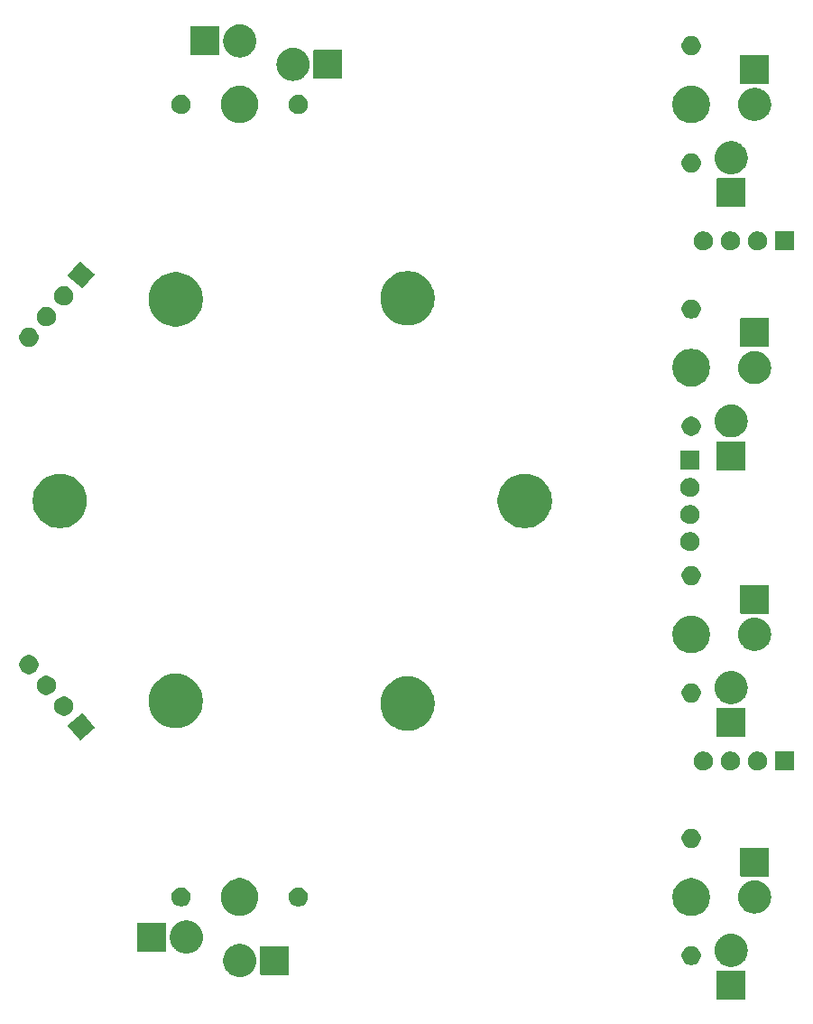
<source format=gbr>
G04 #@! TF.GenerationSoftware,KiCad,Pcbnew,9.0.2*
G04 #@! TF.CreationDate,2025-10-02T21:33:12-04:00*
G04 #@! TF.ProjectId,Trackball,54726163-6b62-4616-9c6c-2e6b69636164,rev?*
G04 #@! TF.SameCoordinates,Original*
G04 #@! TF.FileFunction,Soldermask,Bot*
G04 #@! TF.FilePolarity,Negative*
%FSLAX46Y46*%
G04 Gerber Fmt 4.6, Leading zero omitted, Abs format (unit mm)*
G04 Created by KiCad (PCBNEW 9.0.2) date 2025-10-02 21:33:12*
%MOMM*%
%LPD*%
G01*
G04 APERTURE LIST*
G04 APERTURE END LIST*
G36*
X270087517Y-145661882D02*
G01*
X270104062Y-145672938D01*
X270115118Y-145689483D01*
X270119000Y-145709000D01*
X270119000Y-148309000D01*
X270115118Y-148328517D01*
X270104062Y-148345062D01*
X270087517Y-148356118D01*
X270068000Y-148360000D01*
X267468000Y-148360000D01*
X267448483Y-148356118D01*
X267431938Y-148345062D01*
X267420882Y-148328517D01*
X267417000Y-148309000D01*
X267417000Y-145709000D01*
X267420882Y-145689483D01*
X267431938Y-145672938D01*
X267448483Y-145661882D01*
X267468000Y-145658000D01*
X270068000Y-145658000D01*
X270087517Y-145661882D01*
G37*
G36*
X222760482Y-143137781D02*
G01*
X222771690Y-143137781D01*
X222826888Y-143146523D01*
X222952534Y-143163065D01*
X222983189Y-143171279D01*
X223012074Y-143175854D01*
X223067620Y-143193902D01*
X223148467Y-143215565D01*
X223200050Y-143236931D01*
X223243542Y-143251063D01*
X223284286Y-143271823D01*
X223335870Y-143293190D01*
X223408353Y-143335038D01*
X223460395Y-143361555D01*
X223484055Y-143378745D01*
X223511539Y-143394613D01*
X223612074Y-143471756D01*
X223657294Y-143504610D01*
X223665219Y-143512535D01*
X223672466Y-143518096D01*
X223815903Y-143661533D01*
X223821463Y-143668779D01*
X223829390Y-143676706D01*
X223862247Y-143721930D01*
X223939386Y-143822460D01*
X223955252Y-143849941D01*
X223972445Y-143873605D01*
X223998964Y-143925652D01*
X224040809Y-143998129D01*
X224062173Y-144049706D01*
X224082937Y-144090458D01*
X224097070Y-144133955D01*
X224118434Y-144185532D01*
X224140093Y-144266366D01*
X224158146Y-144321926D01*
X224162721Y-144350816D01*
X224170934Y-144381465D01*
X224187474Y-144507099D01*
X224196219Y-144562310D01*
X224196219Y-144573518D01*
X224197412Y-144582580D01*
X224197412Y-144785419D01*
X224196219Y-144794480D01*
X224196219Y-144805690D01*
X224187473Y-144860905D01*
X224170934Y-144986534D01*
X224162722Y-145017180D01*
X224158146Y-145046074D01*
X224140091Y-145101638D01*
X224118434Y-145182467D01*
X224097071Y-145234039D01*
X224082937Y-145277542D01*
X224062171Y-145318297D01*
X224040809Y-145369870D01*
X223998968Y-145442338D01*
X223972445Y-145494395D01*
X223955249Y-145518062D01*
X223939386Y-145545539D01*
X223862261Y-145646050D01*
X223829390Y-145691294D01*
X223821459Y-145699224D01*
X223815903Y-145706466D01*
X223672466Y-145849903D01*
X223665224Y-145855459D01*
X223657294Y-145863390D01*
X223612050Y-145896261D01*
X223511539Y-145973386D01*
X223484062Y-145989249D01*
X223460395Y-146006445D01*
X223408338Y-146032968D01*
X223335870Y-146074809D01*
X223284297Y-146096171D01*
X223243542Y-146116937D01*
X223200039Y-146131071D01*
X223148467Y-146152434D01*
X223067638Y-146174091D01*
X223012074Y-146192146D01*
X222983180Y-146196722D01*
X222952534Y-146204934D01*
X222826902Y-146221474D01*
X222771690Y-146230219D01*
X222760481Y-146230219D01*
X222751420Y-146231412D01*
X222548580Y-146231412D01*
X222539519Y-146230219D01*
X222528310Y-146230219D01*
X222473099Y-146221474D01*
X222347465Y-146204934D01*
X222316816Y-146196721D01*
X222287926Y-146192146D01*
X222232366Y-146174093D01*
X222151532Y-146152434D01*
X222099955Y-146131070D01*
X222056458Y-146116937D01*
X222015706Y-146096173D01*
X221964129Y-146074809D01*
X221891652Y-146032964D01*
X221839605Y-146006445D01*
X221815941Y-145989252D01*
X221788460Y-145973386D01*
X221687930Y-145896247D01*
X221642706Y-145863390D01*
X221634779Y-145855463D01*
X221627533Y-145849903D01*
X221484096Y-145706466D01*
X221478535Y-145699219D01*
X221470610Y-145691294D01*
X221437756Y-145646074D01*
X221360613Y-145545539D01*
X221344745Y-145518055D01*
X221327555Y-145494395D01*
X221301038Y-145442353D01*
X221259190Y-145369870D01*
X221237823Y-145318286D01*
X221217063Y-145277542D01*
X221202931Y-145234050D01*
X221181565Y-145182467D01*
X221159902Y-145101620D01*
X221141854Y-145046074D01*
X221137279Y-145017189D01*
X221129065Y-144986534D01*
X221112524Y-144860891D01*
X221103781Y-144805690D01*
X221103781Y-144794480D01*
X221102588Y-144785419D01*
X221102588Y-144582580D01*
X221103781Y-144573518D01*
X221103781Y-144562310D01*
X221112523Y-144507113D01*
X221129065Y-144381465D01*
X221137279Y-144350807D01*
X221141854Y-144321926D01*
X221159900Y-144266383D01*
X221181565Y-144185532D01*
X221202933Y-144133944D01*
X221217063Y-144090458D01*
X221237821Y-144049717D01*
X221259190Y-143998129D01*
X221301042Y-143925637D01*
X221327555Y-143873605D01*
X221344742Y-143849948D01*
X221360613Y-143822460D01*
X221437770Y-143721906D01*
X221470610Y-143676706D01*
X221478532Y-143668783D01*
X221484096Y-143661533D01*
X221627533Y-143518096D01*
X221634783Y-143512532D01*
X221642706Y-143504610D01*
X221687906Y-143471770D01*
X221788460Y-143394613D01*
X221815948Y-143378742D01*
X221839605Y-143361555D01*
X221891637Y-143335042D01*
X221964129Y-143293190D01*
X222015717Y-143271821D01*
X222056458Y-143251063D01*
X222099944Y-143236933D01*
X222151532Y-143215565D01*
X222232383Y-143193900D01*
X222287926Y-143175854D01*
X222316807Y-143171279D01*
X222347465Y-143163065D01*
X222473113Y-143146523D01*
X222528310Y-143137781D01*
X222539518Y-143137781D01*
X222548580Y-143136588D01*
X222751420Y-143136588D01*
X222760482Y-143137781D01*
G37*
G36*
X227244517Y-143336882D02*
G01*
X227261062Y-143347938D01*
X227272118Y-143364483D01*
X227276000Y-143384000D01*
X227276000Y-145984000D01*
X227272118Y-146003517D01*
X227261062Y-146020062D01*
X227244517Y-146031118D01*
X227225000Y-146035000D01*
X224625000Y-146035000D01*
X224605483Y-146031118D01*
X224588938Y-146020062D01*
X224577882Y-146003517D01*
X224574000Y-145984000D01*
X224574000Y-143384000D01*
X224577882Y-143364483D01*
X224588938Y-143347938D01*
X224605483Y-143336882D01*
X224625000Y-143333000D01*
X227225000Y-143333000D01*
X227244517Y-143336882D01*
G37*
G36*
X268878482Y-142187781D02*
G01*
X268889690Y-142187781D01*
X268944888Y-142196523D01*
X269070534Y-142213065D01*
X269101189Y-142221279D01*
X269130074Y-142225854D01*
X269185620Y-142243902D01*
X269266467Y-142265565D01*
X269318050Y-142286931D01*
X269361542Y-142301063D01*
X269402286Y-142321823D01*
X269453870Y-142343190D01*
X269526353Y-142385038D01*
X269578395Y-142411555D01*
X269602055Y-142428745D01*
X269629539Y-142444613D01*
X269730074Y-142521756D01*
X269775294Y-142554610D01*
X269783219Y-142562535D01*
X269790466Y-142568096D01*
X269933903Y-142711533D01*
X269939463Y-142718779D01*
X269947390Y-142726706D01*
X269980247Y-142771930D01*
X270057386Y-142872460D01*
X270073252Y-142899941D01*
X270090445Y-142923605D01*
X270116964Y-142975652D01*
X270158809Y-143048129D01*
X270180173Y-143099706D01*
X270200937Y-143140458D01*
X270215070Y-143183955D01*
X270236434Y-143235532D01*
X270258093Y-143316366D01*
X270276146Y-143371926D01*
X270280721Y-143400816D01*
X270288934Y-143431465D01*
X270305474Y-143557099D01*
X270314219Y-143612310D01*
X270314219Y-143623518D01*
X270315412Y-143632580D01*
X270315412Y-143835419D01*
X270314219Y-143844480D01*
X270314219Y-143855690D01*
X270305473Y-143910905D01*
X270288934Y-144036534D01*
X270280722Y-144067180D01*
X270276146Y-144096074D01*
X270258091Y-144151638D01*
X270236434Y-144232467D01*
X270215071Y-144284039D01*
X270200937Y-144327542D01*
X270180171Y-144368297D01*
X270158809Y-144419870D01*
X270116968Y-144492338D01*
X270090445Y-144544395D01*
X270073249Y-144568062D01*
X270057386Y-144595539D01*
X269980261Y-144696050D01*
X269947390Y-144741294D01*
X269939459Y-144749224D01*
X269933903Y-144756466D01*
X269790466Y-144899903D01*
X269783224Y-144905459D01*
X269775294Y-144913390D01*
X269730050Y-144946261D01*
X269629539Y-145023386D01*
X269602062Y-145039249D01*
X269578395Y-145056445D01*
X269526338Y-145082968D01*
X269453870Y-145124809D01*
X269402297Y-145146171D01*
X269361542Y-145166937D01*
X269318039Y-145181071D01*
X269266467Y-145202434D01*
X269185638Y-145224091D01*
X269130074Y-145242146D01*
X269101180Y-145246722D01*
X269070534Y-145254934D01*
X268944902Y-145271474D01*
X268889690Y-145280219D01*
X268878481Y-145280219D01*
X268869420Y-145281412D01*
X268666580Y-145281412D01*
X268657519Y-145280219D01*
X268646310Y-145280219D01*
X268591099Y-145271474D01*
X268465465Y-145254934D01*
X268434816Y-145246721D01*
X268405926Y-145242146D01*
X268350366Y-145224093D01*
X268269532Y-145202434D01*
X268217955Y-145181070D01*
X268174458Y-145166937D01*
X268133706Y-145146173D01*
X268082129Y-145124809D01*
X268009652Y-145082964D01*
X267957605Y-145056445D01*
X267933941Y-145039252D01*
X267906460Y-145023386D01*
X267805930Y-144946247D01*
X267760706Y-144913390D01*
X267752779Y-144905463D01*
X267745533Y-144899903D01*
X267602096Y-144756466D01*
X267596535Y-144749219D01*
X267588610Y-144741294D01*
X267555756Y-144696074D01*
X267478613Y-144595539D01*
X267462745Y-144568055D01*
X267445555Y-144544395D01*
X267419038Y-144492353D01*
X267377190Y-144419870D01*
X267355823Y-144368286D01*
X267335063Y-144327542D01*
X267320931Y-144284050D01*
X267299565Y-144232467D01*
X267277902Y-144151620D01*
X267259854Y-144096074D01*
X267255279Y-144067189D01*
X267247065Y-144036534D01*
X267230524Y-143910891D01*
X267221781Y-143855690D01*
X267221781Y-143844480D01*
X267220588Y-143835419D01*
X267220588Y-143632580D01*
X267221781Y-143623518D01*
X267221781Y-143612310D01*
X267230523Y-143557113D01*
X267247065Y-143431465D01*
X267255279Y-143400807D01*
X267259854Y-143371926D01*
X267277900Y-143316383D01*
X267299565Y-143235532D01*
X267320933Y-143183944D01*
X267335063Y-143140458D01*
X267355821Y-143099717D01*
X267377190Y-143048129D01*
X267419042Y-142975637D01*
X267445555Y-142923605D01*
X267462742Y-142899948D01*
X267478613Y-142872460D01*
X267555770Y-142771906D01*
X267588610Y-142726706D01*
X267596532Y-142718783D01*
X267602096Y-142711533D01*
X267745533Y-142568096D01*
X267752783Y-142562532D01*
X267760706Y-142554610D01*
X267805906Y-142521770D01*
X267906460Y-142444613D01*
X267933948Y-142428742D01*
X267957605Y-142411555D01*
X268009637Y-142385042D01*
X268082129Y-142343190D01*
X268133717Y-142321821D01*
X268174458Y-142301063D01*
X268217944Y-142286933D01*
X268269532Y-142265565D01*
X268350383Y-142243900D01*
X268405926Y-142225854D01*
X268434807Y-142221279D01*
X268465465Y-142213065D01*
X268591113Y-142196523D01*
X268646310Y-142187781D01*
X268657518Y-142187781D01*
X268666580Y-142186588D01*
X268869420Y-142186588D01*
X268878482Y-142187781D01*
G37*
G36*
X265279808Y-143370936D02*
G01*
X265443153Y-143438595D01*
X265590159Y-143536822D01*
X265715178Y-143661841D01*
X265813405Y-143808847D01*
X265881064Y-143972192D01*
X265915557Y-144145598D01*
X265915557Y-144322402D01*
X265881064Y-144495808D01*
X265813405Y-144659153D01*
X265715178Y-144806159D01*
X265590159Y-144931178D01*
X265443153Y-145029405D01*
X265279808Y-145097064D01*
X265106402Y-145131557D01*
X264929598Y-145131557D01*
X264756192Y-145097064D01*
X264592847Y-145029405D01*
X264445841Y-144931178D01*
X264320822Y-144806159D01*
X264222595Y-144659153D01*
X264154936Y-144495808D01*
X264120443Y-144322402D01*
X264120443Y-144145598D01*
X264154936Y-143972192D01*
X264222595Y-143808847D01*
X264320822Y-143661841D01*
X264445841Y-143536822D01*
X264592847Y-143438595D01*
X264756192Y-143370936D01*
X264929598Y-143336443D01*
X265106402Y-143336443D01*
X265279808Y-143370936D01*
G37*
G36*
X217760482Y-140937781D02*
G01*
X217771690Y-140937781D01*
X217826888Y-140946523D01*
X217952534Y-140963065D01*
X217983189Y-140971279D01*
X218012074Y-140975854D01*
X218067620Y-140993902D01*
X218148467Y-141015565D01*
X218200050Y-141036931D01*
X218243542Y-141051063D01*
X218284286Y-141071823D01*
X218335870Y-141093190D01*
X218408353Y-141135038D01*
X218460395Y-141161555D01*
X218484055Y-141178745D01*
X218511539Y-141194613D01*
X218612074Y-141271756D01*
X218657294Y-141304610D01*
X218665219Y-141312535D01*
X218672466Y-141318096D01*
X218815903Y-141461533D01*
X218821463Y-141468779D01*
X218829390Y-141476706D01*
X218862247Y-141521930D01*
X218939386Y-141622460D01*
X218955252Y-141649941D01*
X218972445Y-141673605D01*
X218998964Y-141725652D01*
X219040809Y-141798129D01*
X219062173Y-141849706D01*
X219082937Y-141890458D01*
X219097070Y-141933955D01*
X219118434Y-141985532D01*
X219140093Y-142066366D01*
X219158146Y-142121926D01*
X219162721Y-142150816D01*
X219170934Y-142181465D01*
X219187474Y-142307099D01*
X219196219Y-142362310D01*
X219196219Y-142373518D01*
X219197412Y-142382580D01*
X219197412Y-142585419D01*
X219196219Y-142594480D01*
X219196219Y-142605690D01*
X219187473Y-142660905D01*
X219170934Y-142786534D01*
X219162722Y-142817180D01*
X219158146Y-142846074D01*
X219140091Y-142901638D01*
X219118434Y-142982467D01*
X219097071Y-143034039D01*
X219082937Y-143077542D01*
X219062171Y-143118297D01*
X219040809Y-143169870D01*
X218998968Y-143242338D01*
X218972445Y-143294395D01*
X218955249Y-143318062D01*
X218939386Y-143345539D01*
X218862261Y-143446050D01*
X218829390Y-143491294D01*
X218821459Y-143499224D01*
X218815903Y-143506466D01*
X218672466Y-143649903D01*
X218665224Y-143655459D01*
X218657294Y-143663390D01*
X218612050Y-143696261D01*
X218511539Y-143773386D01*
X218484062Y-143789249D01*
X218460395Y-143806445D01*
X218408338Y-143832968D01*
X218335870Y-143874809D01*
X218284297Y-143896171D01*
X218243542Y-143916937D01*
X218200039Y-143931071D01*
X218148467Y-143952434D01*
X218067638Y-143974091D01*
X218012074Y-143992146D01*
X217983180Y-143996722D01*
X217952534Y-144004934D01*
X217826902Y-144021474D01*
X217771690Y-144030219D01*
X217760481Y-144030219D01*
X217751420Y-144031412D01*
X217548580Y-144031412D01*
X217539519Y-144030219D01*
X217528310Y-144030219D01*
X217473099Y-144021474D01*
X217347465Y-144004934D01*
X217316816Y-143996721D01*
X217287926Y-143992146D01*
X217232366Y-143974093D01*
X217151532Y-143952434D01*
X217099955Y-143931070D01*
X217056458Y-143916937D01*
X217015706Y-143896173D01*
X216964129Y-143874809D01*
X216891652Y-143832964D01*
X216839605Y-143806445D01*
X216815941Y-143789252D01*
X216788460Y-143773386D01*
X216687930Y-143696247D01*
X216642706Y-143663390D01*
X216634779Y-143655463D01*
X216627533Y-143649903D01*
X216484096Y-143506466D01*
X216478535Y-143499219D01*
X216470610Y-143491294D01*
X216437756Y-143446074D01*
X216360613Y-143345539D01*
X216344745Y-143318055D01*
X216327555Y-143294395D01*
X216301038Y-143242353D01*
X216259190Y-143169870D01*
X216237823Y-143118286D01*
X216217063Y-143077542D01*
X216202931Y-143034050D01*
X216181565Y-142982467D01*
X216159902Y-142901620D01*
X216141854Y-142846074D01*
X216137279Y-142817189D01*
X216129065Y-142786534D01*
X216112524Y-142660891D01*
X216103781Y-142605690D01*
X216103781Y-142594480D01*
X216102588Y-142585419D01*
X216102588Y-142382580D01*
X216103781Y-142373518D01*
X216103781Y-142362310D01*
X216112523Y-142307113D01*
X216129065Y-142181465D01*
X216137279Y-142150807D01*
X216141854Y-142121926D01*
X216159900Y-142066383D01*
X216181565Y-141985532D01*
X216202933Y-141933944D01*
X216217063Y-141890458D01*
X216237821Y-141849717D01*
X216259190Y-141798129D01*
X216301042Y-141725637D01*
X216327555Y-141673605D01*
X216344742Y-141649948D01*
X216360613Y-141622460D01*
X216437770Y-141521906D01*
X216470610Y-141476706D01*
X216478532Y-141468783D01*
X216484096Y-141461533D01*
X216627533Y-141318096D01*
X216634783Y-141312532D01*
X216642706Y-141304610D01*
X216687906Y-141271770D01*
X216788460Y-141194613D01*
X216815948Y-141178742D01*
X216839605Y-141161555D01*
X216891637Y-141135042D01*
X216964129Y-141093190D01*
X217015717Y-141071821D01*
X217056458Y-141051063D01*
X217099944Y-141036933D01*
X217151532Y-141015565D01*
X217232383Y-140993900D01*
X217287926Y-140975854D01*
X217316807Y-140971279D01*
X217347465Y-140963065D01*
X217473113Y-140946523D01*
X217528310Y-140937781D01*
X217539518Y-140937781D01*
X217548580Y-140936588D01*
X217751420Y-140936588D01*
X217760482Y-140937781D01*
G37*
G36*
X215694517Y-141136882D02*
G01*
X215711062Y-141147938D01*
X215722118Y-141164483D01*
X215726000Y-141184000D01*
X215726000Y-143784000D01*
X215722118Y-143803517D01*
X215711062Y-143820062D01*
X215694517Y-143831118D01*
X215675000Y-143835000D01*
X213075000Y-143835000D01*
X213055483Y-143831118D01*
X213038938Y-143820062D01*
X213027882Y-143803517D01*
X213024000Y-143784000D01*
X213024000Y-141184000D01*
X213027882Y-141164483D01*
X213038938Y-141147938D01*
X213055483Y-141136882D01*
X213075000Y-141133000D01*
X215675000Y-141133000D01*
X215694517Y-141136882D01*
G37*
G36*
X222994432Y-137002424D02*
G01*
X223217501Y-137062195D01*
X223430861Y-137150571D01*
X223630859Y-137266040D01*
X223814075Y-137406627D01*
X223977373Y-137569925D01*
X224117960Y-137753141D01*
X224233429Y-137953139D01*
X224321805Y-138166499D01*
X224381576Y-138389568D01*
X224411720Y-138618531D01*
X224411720Y-138849469D01*
X224381576Y-139078432D01*
X224321805Y-139301501D01*
X224233429Y-139514861D01*
X224117960Y-139714859D01*
X223977373Y-139898075D01*
X223814075Y-140061373D01*
X223630859Y-140201960D01*
X223430861Y-140317429D01*
X223217501Y-140405805D01*
X222994432Y-140465576D01*
X222765469Y-140495720D01*
X222534531Y-140495720D01*
X222305568Y-140465576D01*
X222082499Y-140405805D01*
X221869139Y-140317429D01*
X221669141Y-140201960D01*
X221485925Y-140061373D01*
X221322627Y-139898075D01*
X221182040Y-139714859D01*
X221066571Y-139514861D01*
X220978195Y-139301501D01*
X220918424Y-139078432D01*
X220888280Y-138849469D01*
X220888280Y-138618531D01*
X220918424Y-138389568D01*
X220978195Y-138166499D01*
X221066571Y-137953139D01*
X221182040Y-137753141D01*
X221322627Y-137569925D01*
X221485925Y-137406627D01*
X221669141Y-137266040D01*
X221869139Y-137150571D01*
X222082499Y-137062195D01*
X222305568Y-137002424D01*
X222534531Y-136972280D01*
X222765469Y-136972280D01*
X222994432Y-137002424D01*
G37*
G36*
X265362432Y-137002424D02*
G01*
X265585501Y-137062195D01*
X265798861Y-137150571D01*
X265998859Y-137266040D01*
X266182075Y-137406627D01*
X266345373Y-137569925D01*
X266485960Y-137753141D01*
X266601429Y-137953139D01*
X266689805Y-138166499D01*
X266749576Y-138389568D01*
X266779720Y-138618531D01*
X266779720Y-138849469D01*
X266749576Y-139078432D01*
X266689805Y-139301501D01*
X266601429Y-139514861D01*
X266485960Y-139714859D01*
X266345373Y-139898075D01*
X266182075Y-140061373D01*
X265998859Y-140201960D01*
X265798861Y-140317429D01*
X265585501Y-140405805D01*
X265362432Y-140465576D01*
X265133469Y-140495720D01*
X264902531Y-140495720D01*
X264673568Y-140465576D01*
X264450499Y-140405805D01*
X264237139Y-140317429D01*
X264037141Y-140201960D01*
X263853925Y-140061373D01*
X263690627Y-139898075D01*
X263550040Y-139714859D01*
X263434571Y-139514861D01*
X263346195Y-139301501D01*
X263286424Y-139078432D01*
X263256280Y-138849469D01*
X263256280Y-138618531D01*
X263286424Y-138389568D01*
X263346195Y-138166499D01*
X263434571Y-137953139D01*
X263550040Y-137753141D01*
X263690627Y-137569925D01*
X263853925Y-137406627D01*
X264037141Y-137266040D01*
X264237139Y-137150571D01*
X264450499Y-137062195D01*
X264673568Y-137002424D01*
X264902531Y-136972280D01*
X265133469Y-136972280D01*
X265362432Y-137002424D01*
G37*
G36*
X271078482Y-137187781D02*
G01*
X271089690Y-137187781D01*
X271144888Y-137196523D01*
X271270534Y-137213065D01*
X271301189Y-137221279D01*
X271330074Y-137225854D01*
X271385620Y-137243902D01*
X271466467Y-137265565D01*
X271518050Y-137286931D01*
X271561542Y-137301063D01*
X271602286Y-137321823D01*
X271653870Y-137343190D01*
X271726353Y-137385038D01*
X271778395Y-137411555D01*
X271802055Y-137428745D01*
X271829539Y-137444613D01*
X271930074Y-137521756D01*
X271975294Y-137554610D01*
X271983219Y-137562535D01*
X271990466Y-137568096D01*
X272133903Y-137711533D01*
X272139463Y-137718779D01*
X272147390Y-137726706D01*
X272180247Y-137771930D01*
X272257386Y-137872460D01*
X272273252Y-137899941D01*
X272290445Y-137923605D01*
X272316964Y-137975652D01*
X272358809Y-138048129D01*
X272380173Y-138099706D01*
X272400937Y-138140458D01*
X272415070Y-138183955D01*
X272436434Y-138235532D01*
X272458093Y-138316366D01*
X272476146Y-138371926D01*
X272480721Y-138400816D01*
X272488934Y-138431465D01*
X272505474Y-138557099D01*
X272514219Y-138612310D01*
X272514219Y-138623518D01*
X272515412Y-138632580D01*
X272515412Y-138835419D01*
X272514219Y-138844480D01*
X272514219Y-138855690D01*
X272505473Y-138910905D01*
X272488934Y-139036534D01*
X272480722Y-139067180D01*
X272476146Y-139096074D01*
X272458091Y-139151638D01*
X272436434Y-139232467D01*
X272415071Y-139284039D01*
X272400937Y-139327542D01*
X272380171Y-139368297D01*
X272358809Y-139419870D01*
X272316968Y-139492338D01*
X272290445Y-139544395D01*
X272273249Y-139568062D01*
X272257386Y-139595539D01*
X272180261Y-139696050D01*
X272147390Y-139741294D01*
X272139459Y-139749224D01*
X272133903Y-139756466D01*
X271990466Y-139899903D01*
X271983224Y-139905459D01*
X271975294Y-139913390D01*
X271930050Y-139946261D01*
X271829539Y-140023386D01*
X271802062Y-140039249D01*
X271778395Y-140056445D01*
X271726338Y-140082968D01*
X271653870Y-140124809D01*
X271602297Y-140146171D01*
X271561542Y-140166937D01*
X271518039Y-140181071D01*
X271466467Y-140202434D01*
X271385638Y-140224091D01*
X271330074Y-140242146D01*
X271301180Y-140246722D01*
X271270534Y-140254934D01*
X271144902Y-140271474D01*
X271089690Y-140280219D01*
X271078481Y-140280219D01*
X271069420Y-140281412D01*
X270866580Y-140281412D01*
X270857519Y-140280219D01*
X270846310Y-140280219D01*
X270791099Y-140271474D01*
X270665465Y-140254934D01*
X270634816Y-140246721D01*
X270605926Y-140242146D01*
X270550366Y-140224093D01*
X270469532Y-140202434D01*
X270417955Y-140181070D01*
X270374458Y-140166937D01*
X270333706Y-140146173D01*
X270282129Y-140124809D01*
X270209652Y-140082964D01*
X270157605Y-140056445D01*
X270133941Y-140039252D01*
X270106460Y-140023386D01*
X270005930Y-139946247D01*
X269960706Y-139913390D01*
X269952779Y-139905463D01*
X269945533Y-139899903D01*
X269802096Y-139756466D01*
X269796535Y-139749219D01*
X269788610Y-139741294D01*
X269755756Y-139696074D01*
X269678613Y-139595539D01*
X269662745Y-139568055D01*
X269645555Y-139544395D01*
X269619038Y-139492353D01*
X269577190Y-139419870D01*
X269555823Y-139368286D01*
X269535063Y-139327542D01*
X269520931Y-139284050D01*
X269499565Y-139232467D01*
X269477902Y-139151620D01*
X269459854Y-139096074D01*
X269455279Y-139067189D01*
X269447065Y-139036534D01*
X269430524Y-138910891D01*
X269421781Y-138855690D01*
X269421781Y-138844480D01*
X269420588Y-138835419D01*
X269420588Y-138632580D01*
X269421781Y-138623518D01*
X269421781Y-138612310D01*
X269430523Y-138557113D01*
X269447065Y-138431465D01*
X269455279Y-138400807D01*
X269459854Y-138371926D01*
X269477900Y-138316383D01*
X269499565Y-138235532D01*
X269520933Y-138183944D01*
X269535063Y-138140458D01*
X269555821Y-138099717D01*
X269577190Y-138048129D01*
X269619042Y-137975637D01*
X269645555Y-137923605D01*
X269662742Y-137899948D01*
X269678613Y-137872460D01*
X269755770Y-137771906D01*
X269788610Y-137726706D01*
X269796532Y-137718783D01*
X269802096Y-137711533D01*
X269945533Y-137568096D01*
X269952783Y-137562532D01*
X269960706Y-137554610D01*
X270005906Y-137521770D01*
X270106460Y-137444613D01*
X270133948Y-137428742D01*
X270157605Y-137411555D01*
X270209637Y-137385042D01*
X270282129Y-137343190D01*
X270333717Y-137321821D01*
X270374458Y-137301063D01*
X270417944Y-137286933D01*
X270469532Y-137265565D01*
X270550383Y-137243900D01*
X270605926Y-137225854D01*
X270634807Y-137221279D01*
X270665465Y-137213065D01*
X270791113Y-137196523D01*
X270846310Y-137187781D01*
X270857518Y-137187781D01*
X270866580Y-137186588D01*
X271069420Y-137186588D01*
X271078482Y-137187781D01*
G37*
G36*
X217411808Y-137870936D02*
G01*
X217575153Y-137938595D01*
X217722159Y-138036822D01*
X217847178Y-138161841D01*
X217945405Y-138308847D01*
X218013064Y-138472192D01*
X218047557Y-138645598D01*
X218047557Y-138822402D01*
X218013064Y-138995808D01*
X217945405Y-139159153D01*
X217847178Y-139306159D01*
X217722159Y-139431178D01*
X217575153Y-139529405D01*
X217411808Y-139597064D01*
X217238402Y-139631557D01*
X217061598Y-139631557D01*
X216888192Y-139597064D01*
X216724847Y-139529405D01*
X216577841Y-139431178D01*
X216452822Y-139306159D01*
X216354595Y-139159153D01*
X216286936Y-138995808D01*
X216252443Y-138822402D01*
X216252443Y-138645598D01*
X216286936Y-138472192D01*
X216354595Y-138308847D01*
X216452822Y-138161841D01*
X216577841Y-138036822D01*
X216724847Y-137938595D01*
X216888192Y-137870936D01*
X217061598Y-137836443D01*
X217238402Y-137836443D01*
X217411808Y-137870936D01*
G37*
G36*
X228411808Y-137870936D02*
G01*
X228575153Y-137938595D01*
X228722159Y-138036822D01*
X228847178Y-138161841D01*
X228945405Y-138308847D01*
X229013064Y-138472192D01*
X229047557Y-138645598D01*
X229047557Y-138822402D01*
X229013064Y-138995808D01*
X228945405Y-139159153D01*
X228847178Y-139306159D01*
X228722159Y-139431178D01*
X228575153Y-139529405D01*
X228411808Y-139597064D01*
X228238402Y-139631557D01*
X228061598Y-139631557D01*
X227888192Y-139597064D01*
X227724847Y-139529405D01*
X227577841Y-139431178D01*
X227452822Y-139306159D01*
X227354595Y-139159153D01*
X227286936Y-138995808D01*
X227252443Y-138822402D01*
X227252443Y-138645598D01*
X227286936Y-138472192D01*
X227354595Y-138308847D01*
X227452822Y-138161841D01*
X227577841Y-138036822D01*
X227724847Y-137938595D01*
X227888192Y-137870936D01*
X228061598Y-137836443D01*
X228238402Y-137836443D01*
X228411808Y-137870936D01*
G37*
G36*
X272287517Y-134111882D02*
G01*
X272304062Y-134122938D01*
X272315118Y-134139483D01*
X272319000Y-134159000D01*
X272319000Y-136759000D01*
X272315118Y-136778517D01*
X272304062Y-136795062D01*
X272287517Y-136806118D01*
X272268000Y-136810000D01*
X269668000Y-136810000D01*
X269648483Y-136806118D01*
X269631938Y-136795062D01*
X269620882Y-136778517D01*
X269617000Y-136759000D01*
X269617000Y-134159000D01*
X269620882Y-134139483D01*
X269631938Y-134122938D01*
X269648483Y-134111882D01*
X269668000Y-134108000D01*
X272268000Y-134108000D01*
X272287517Y-134111882D01*
G37*
G36*
X265279808Y-132370936D02*
G01*
X265443153Y-132438595D01*
X265590159Y-132536822D01*
X265715178Y-132661841D01*
X265813405Y-132808847D01*
X265881064Y-132972192D01*
X265915557Y-133145598D01*
X265915557Y-133322402D01*
X265881064Y-133495808D01*
X265813405Y-133659153D01*
X265715178Y-133806159D01*
X265590159Y-133931178D01*
X265443153Y-134029405D01*
X265279808Y-134097064D01*
X265106402Y-134131557D01*
X264929598Y-134131557D01*
X264756192Y-134097064D01*
X264592847Y-134029405D01*
X264445841Y-133931178D01*
X264320822Y-133806159D01*
X264222595Y-133659153D01*
X264154936Y-133495808D01*
X264120443Y-133322402D01*
X264120443Y-133145598D01*
X264154936Y-132972192D01*
X264222595Y-132808847D01*
X264320822Y-132661841D01*
X264445841Y-132536822D01*
X264592847Y-132438595D01*
X264756192Y-132370936D01*
X264929598Y-132336443D01*
X265106402Y-132336443D01*
X265279808Y-132370936D01*
G37*
G36*
X274637517Y-125086882D02*
G01*
X274654062Y-125097938D01*
X274665118Y-125114483D01*
X274669000Y-125134000D01*
X274669000Y-126834000D01*
X274665118Y-126853517D01*
X274654062Y-126870062D01*
X274637517Y-126881118D01*
X274618000Y-126885000D01*
X272918000Y-126885000D01*
X272898483Y-126881118D01*
X272881938Y-126870062D01*
X272870882Y-126853517D01*
X272867000Y-126834000D01*
X272867000Y-125134000D01*
X272870882Y-125114483D01*
X272881938Y-125097938D01*
X272898483Y-125086882D01*
X272918000Y-125083000D01*
X274618000Y-125083000D01*
X274637517Y-125086882D01*
G37*
G36*
X266409546Y-125121797D02*
G01*
X266572728Y-125189389D01*
X266719588Y-125287518D01*
X266844482Y-125412412D01*
X266942611Y-125559272D01*
X267010203Y-125722454D01*
X267044661Y-125895687D01*
X267044661Y-126072313D01*
X267010203Y-126245546D01*
X266942611Y-126408728D01*
X266844482Y-126555588D01*
X266719588Y-126680482D01*
X266572728Y-126778611D01*
X266409546Y-126846203D01*
X266236313Y-126880661D01*
X266059687Y-126880661D01*
X265886454Y-126846203D01*
X265723272Y-126778611D01*
X265576412Y-126680482D01*
X265451518Y-126555588D01*
X265353389Y-126408728D01*
X265285797Y-126245546D01*
X265251339Y-126072313D01*
X265251339Y-125895687D01*
X265285797Y-125722454D01*
X265353389Y-125559272D01*
X265451518Y-125412412D01*
X265576412Y-125287518D01*
X265723272Y-125189389D01*
X265886454Y-125121797D01*
X266059687Y-125087339D01*
X266236313Y-125087339D01*
X266409546Y-125121797D01*
G37*
G36*
X268949546Y-125121797D02*
G01*
X269112728Y-125189389D01*
X269259588Y-125287518D01*
X269384482Y-125412412D01*
X269482611Y-125559272D01*
X269550203Y-125722454D01*
X269584661Y-125895687D01*
X269584661Y-126072313D01*
X269550203Y-126245546D01*
X269482611Y-126408728D01*
X269384482Y-126555588D01*
X269259588Y-126680482D01*
X269112728Y-126778611D01*
X268949546Y-126846203D01*
X268776313Y-126880661D01*
X268599687Y-126880661D01*
X268426454Y-126846203D01*
X268263272Y-126778611D01*
X268116412Y-126680482D01*
X267991518Y-126555588D01*
X267893389Y-126408728D01*
X267825797Y-126245546D01*
X267791339Y-126072313D01*
X267791339Y-125895687D01*
X267825797Y-125722454D01*
X267893389Y-125559272D01*
X267991518Y-125412412D01*
X268116412Y-125287518D01*
X268263272Y-125189389D01*
X268426454Y-125121797D01*
X268599687Y-125087339D01*
X268776313Y-125087339D01*
X268949546Y-125121797D01*
G37*
G36*
X271489546Y-125121797D02*
G01*
X271652728Y-125189389D01*
X271799588Y-125287518D01*
X271924482Y-125412412D01*
X272022611Y-125559272D01*
X272090203Y-125722454D01*
X272124661Y-125895687D01*
X272124661Y-126072313D01*
X272090203Y-126245546D01*
X272022611Y-126408728D01*
X271924482Y-126555588D01*
X271799588Y-126680482D01*
X271652728Y-126778611D01*
X271489546Y-126846203D01*
X271316313Y-126880661D01*
X271139687Y-126880661D01*
X270966454Y-126846203D01*
X270803272Y-126778611D01*
X270656412Y-126680482D01*
X270531518Y-126555588D01*
X270433389Y-126408728D01*
X270365797Y-126245546D01*
X270331339Y-126072313D01*
X270331339Y-125895687D01*
X270365797Y-125722454D01*
X270433389Y-125559272D01*
X270531518Y-125412412D01*
X270656412Y-125287518D01*
X270803272Y-125189389D01*
X270966454Y-125121797D01*
X271139687Y-125087339D01*
X271316313Y-125087339D01*
X271489546Y-125121797D01*
G37*
G36*
X207902267Y-121543306D02*
G01*
X207917786Y-121555762D01*
X209010525Y-122858037D01*
X209020096Y-122875483D01*
X209022262Y-122895264D01*
X209016694Y-122914369D01*
X209004238Y-122929888D01*
X207701963Y-124022627D01*
X207684517Y-124032198D01*
X207664736Y-124034364D01*
X207645631Y-124028796D01*
X207630112Y-124016340D01*
X206537373Y-122714065D01*
X206527802Y-122696619D01*
X206525636Y-122676838D01*
X206531204Y-122657733D01*
X206543660Y-122642214D01*
X207845935Y-121549475D01*
X207863381Y-121539904D01*
X207883162Y-121537738D01*
X207902267Y-121543306D01*
G37*
G36*
X270087517Y-121027882D02*
G01*
X270104062Y-121038938D01*
X270115118Y-121055483D01*
X270119000Y-121075000D01*
X270119000Y-123675000D01*
X270115118Y-123694517D01*
X270104062Y-123711062D01*
X270087517Y-123722118D01*
X270068000Y-123726000D01*
X267468000Y-123726000D01*
X267448483Y-123722118D01*
X267431938Y-123711062D01*
X267420882Y-123694517D01*
X267417000Y-123675000D01*
X267417000Y-121075000D01*
X267420882Y-121055483D01*
X267431938Y-121038938D01*
X267448483Y-121027882D01*
X267468000Y-121024000D01*
X270068000Y-121024000D01*
X270087517Y-121027882D01*
G37*
G36*
X238827308Y-118085043D02*
G01*
X239106207Y-118148700D01*
X239376225Y-118243183D01*
X239633967Y-118367305D01*
X239876190Y-118519504D01*
X240099850Y-118697867D01*
X240302133Y-118900150D01*
X240480496Y-119123810D01*
X240632695Y-119366033D01*
X240756817Y-119623775D01*
X240851300Y-119893793D01*
X240914957Y-120172692D01*
X240946987Y-120456964D01*
X240946987Y-120743036D01*
X240914957Y-121027308D01*
X240851300Y-121306207D01*
X240756817Y-121576225D01*
X240632695Y-121833967D01*
X240480496Y-122076190D01*
X240302133Y-122299850D01*
X240099850Y-122502133D01*
X239876190Y-122680496D01*
X239633967Y-122832695D01*
X239376225Y-122956817D01*
X239106207Y-123051300D01*
X238827308Y-123114957D01*
X238543036Y-123146987D01*
X238256964Y-123146987D01*
X237972692Y-123114957D01*
X237693793Y-123051300D01*
X237423775Y-122956817D01*
X237166033Y-122832695D01*
X236923810Y-122680496D01*
X236700150Y-122502133D01*
X236497867Y-122299850D01*
X236319504Y-122076190D01*
X236167305Y-121833967D01*
X236043183Y-121576225D01*
X235948700Y-121306207D01*
X235885043Y-121027308D01*
X235853013Y-120743036D01*
X235853013Y-120456964D01*
X235885043Y-120172692D01*
X235948700Y-119893793D01*
X236043183Y-119623775D01*
X236167305Y-119366033D01*
X236319504Y-119123810D01*
X236497867Y-118900150D01*
X236700150Y-118697867D01*
X236923810Y-118519504D01*
X237166033Y-118367305D01*
X237423775Y-118243183D01*
X237693793Y-118148700D01*
X237972692Y-118085043D01*
X238256964Y-118053013D01*
X238543036Y-118053013D01*
X238827308Y-118085043D01*
G37*
G36*
X217077308Y-117835043D02*
G01*
X217356207Y-117898700D01*
X217626225Y-117993183D01*
X217883967Y-118117305D01*
X218126190Y-118269504D01*
X218349850Y-118447867D01*
X218552133Y-118650150D01*
X218730496Y-118873810D01*
X218882695Y-119116033D01*
X219006817Y-119373775D01*
X219101300Y-119643793D01*
X219164957Y-119922692D01*
X219196987Y-120206964D01*
X219196987Y-120493036D01*
X219164957Y-120777308D01*
X219101300Y-121056207D01*
X219006817Y-121326225D01*
X218882695Y-121583967D01*
X218730496Y-121826190D01*
X218552133Y-122049850D01*
X218349850Y-122252133D01*
X218126190Y-122430496D01*
X217883967Y-122582695D01*
X217626225Y-122706817D01*
X217356207Y-122801300D01*
X217077308Y-122864957D01*
X216793036Y-122896987D01*
X216506964Y-122896987D01*
X216222692Y-122864957D01*
X215943793Y-122801300D01*
X215673775Y-122706817D01*
X215416033Y-122582695D01*
X215173810Y-122430496D01*
X214950150Y-122252133D01*
X214747867Y-122049850D01*
X214569504Y-121826190D01*
X214417305Y-121583967D01*
X214293183Y-121326225D01*
X214198700Y-121056207D01*
X214135043Y-120777308D01*
X214103013Y-120493036D01*
X214103013Y-120206964D01*
X214135043Y-119922692D01*
X214198700Y-119643793D01*
X214293183Y-119373775D01*
X214417305Y-119116033D01*
X214569504Y-118873810D01*
X214747867Y-118650150D01*
X214950150Y-118447867D01*
X215173810Y-118269504D01*
X215416033Y-118117305D01*
X215673775Y-117993183D01*
X215943793Y-117898700D01*
X216222692Y-117835043D01*
X216506964Y-117803013D01*
X216793036Y-117803013D01*
X217077308Y-117835043D01*
G37*
G36*
X206402814Y-119978095D02*
G01*
X206565996Y-120045687D01*
X206712856Y-120143816D01*
X206837750Y-120268710D01*
X206935879Y-120415570D01*
X207003471Y-120578752D01*
X207037929Y-120751985D01*
X207037929Y-120928611D01*
X207003471Y-121101844D01*
X206935879Y-121265026D01*
X206837750Y-121411886D01*
X206712856Y-121536780D01*
X206565996Y-121634909D01*
X206402814Y-121702501D01*
X206229581Y-121736959D01*
X206052955Y-121736959D01*
X205879722Y-121702501D01*
X205716540Y-121634909D01*
X205569680Y-121536780D01*
X205444786Y-121411886D01*
X205346657Y-121265026D01*
X205279065Y-121101844D01*
X205244607Y-120928611D01*
X205244607Y-120751985D01*
X205279065Y-120578752D01*
X205346657Y-120415570D01*
X205444786Y-120268710D01*
X205569680Y-120143816D01*
X205716540Y-120045687D01*
X205879722Y-119978095D01*
X206052955Y-119943637D01*
X206229581Y-119943637D01*
X206402814Y-119978095D01*
G37*
G36*
X268878482Y-117553781D02*
G01*
X268889690Y-117553781D01*
X268944888Y-117562523D01*
X269070534Y-117579065D01*
X269101189Y-117587279D01*
X269130074Y-117591854D01*
X269185620Y-117609902D01*
X269266467Y-117631565D01*
X269318050Y-117652931D01*
X269361542Y-117667063D01*
X269402286Y-117687823D01*
X269453870Y-117709190D01*
X269526353Y-117751038D01*
X269578395Y-117777555D01*
X269602055Y-117794745D01*
X269629539Y-117810613D01*
X269730074Y-117887756D01*
X269775294Y-117920610D01*
X269783219Y-117928535D01*
X269790466Y-117934096D01*
X269933903Y-118077533D01*
X269939463Y-118084779D01*
X269947390Y-118092706D01*
X269980247Y-118137930D01*
X270057386Y-118238460D01*
X270073252Y-118265941D01*
X270090445Y-118289605D01*
X270116964Y-118341652D01*
X270158809Y-118414129D01*
X270180173Y-118465706D01*
X270200937Y-118506458D01*
X270215070Y-118549955D01*
X270236434Y-118601532D01*
X270258093Y-118682366D01*
X270276146Y-118737926D01*
X270280721Y-118766816D01*
X270288934Y-118797465D01*
X270305474Y-118923099D01*
X270314219Y-118978310D01*
X270314219Y-118989518D01*
X270315412Y-118998580D01*
X270315412Y-119201419D01*
X270314219Y-119210480D01*
X270314219Y-119221690D01*
X270305473Y-119276905D01*
X270288934Y-119402534D01*
X270280722Y-119433180D01*
X270276146Y-119462074D01*
X270258091Y-119517638D01*
X270236434Y-119598467D01*
X270215071Y-119650039D01*
X270200937Y-119693542D01*
X270180171Y-119734297D01*
X270158809Y-119785870D01*
X270116968Y-119858338D01*
X270090445Y-119910395D01*
X270073249Y-119934062D01*
X270057386Y-119961539D01*
X269980261Y-120062050D01*
X269947390Y-120107294D01*
X269939459Y-120115224D01*
X269933903Y-120122466D01*
X269790466Y-120265903D01*
X269783224Y-120271459D01*
X269775294Y-120279390D01*
X269730050Y-120312261D01*
X269629539Y-120389386D01*
X269602062Y-120405249D01*
X269578395Y-120422445D01*
X269526338Y-120448968D01*
X269453870Y-120490809D01*
X269402297Y-120512171D01*
X269361542Y-120532937D01*
X269318039Y-120547071D01*
X269266467Y-120568434D01*
X269185638Y-120590091D01*
X269130074Y-120608146D01*
X269101180Y-120612722D01*
X269070534Y-120620934D01*
X268944902Y-120637474D01*
X268889690Y-120646219D01*
X268878481Y-120646219D01*
X268869420Y-120647412D01*
X268666580Y-120647412D01*
X268657519Y-120646219D01*
X268646310Y-120646219D01*
X268591099Y-120637474D01*
X268465465Y-120620934D01*
X268434816Y-120612721D01*
X268405926Y-120608146D01*
X268350366Y-120590093D01*
X268269532Y-120568434D01*
X268217955Y-120547070D01*
X268174458Y-120532937D01*
X268133706Y-120512173D01*
X268082129Y-120490809D01*
X268009652Y-120448964D01*
X267957605Y-120422445D01*
X267933941Y-120405252D01*
X267906460Y-120389386D01*
X267805930Y-120312247D01*
X267760706Y-120279390D01*
X267752779Y-120271463D01*
X267745533Y-120265903D01*
X267602096Y-120122466D01*
X267596535Y-120115219D01*
X267588610Y-120107294D01*
X267555756Y-120062074D01*
X267478613Y-119961539D01*
X267462745Y-119934055D01*
X267445555Y-119910395D01*
X267419038Y-119858353D01*
X267377190Y-119785870D01*
X267355823Y-119734286D01*
X267335063Y-119693542D01*
X267320931Y-119650050D01*
X267299565Y-119598467D01*
X267277902Y-119517620D01*
X267259854Y-119462074D01*
X267255279Y-119433189D01*
X267247065Y-119402534D01*
X267230524Y-119276891D01*
X267221781Y-119221690D01*
X267221781Y-119210480D01*
X267220588Y-119201419D01*
X267220588Y-118998580D01*
X267221781Y-118989518D01*
X267221781Y-118978310D01*
X267230523Y-118923113D01*
X267247065Y-118797465D01*
X267255279Y-118766807D01*
X267259854Y-118737926D01*
X267277900Y-118682383D01*
X267299565Y-118601532D01*
X267320933Y-118549944D01*
X267335063Y-118506458D01*
X267355821Y-118465717D01*
X267377190Y-118414129D01*
X267419042Y-118341637D01*
X267445555Y-118289605D01*
X267462742Y-118265948D01*
X267478613Y-118238460D01*
X267555770Y-118137906D01*
X267588610Y-118092706D01*
X267596532Y-118084783D01*
X267602096Y-118077533D01*
X267745533Y-117934096D01*
X267752783Y-117928532D01*
X267760706Y-117920610D01*
X267805906Y-117887770D01*
X267906460Y-117810613D01*
X267933948Y-117794742D01*
X267957605Y-117777555D01*
X268009637Y-117751042D01*
X268082129Y-117709190D01*
X268133717Y-117687821D01*
X268174458Y-117667063D01*
X268217944Y-117652933D01*
X268269532Y-117631565D01*
X268350383Y-117609900D01*
X268405926Y-117591854D01*
X268434807Y-117587279D01*
X268465465Y-117579065D01*
X268591113Y-117562523D01*
X268646310Y-117553781D01*
X268657518Y-117553781D01*
X268666580Y-117552588D01*
X268869420Y-117552588D01*
X268878482Y-117553781D01*
G37*
G36*
X265279808Y-118736936D02*
G01*
X265443153Y-118804595D01*
X265590159Y-118902822D01*
X265715178Y-119027841D01*
X265813405Y-119174847D01*
X265881064Y-119338192D01*
X265915557Y-119511598D01*
X265915557Y-119688402D01*
X265881064Y-119861808D01*
X265813405Y-120025153D01*
X265715178Y-120172159D01*
X265590159Y-120297178D01*
X265443153Y-120395405D01*
X265279808Y-120463064D01*
X265106402Y-120497557D01*
X264929598Y-120497557D01*
X264756192Y-120463064D01*
X264592847Y-120395405D01*
X264445841Y-120297178D01*
X264320822Y-120172159D01*
X264222595Y-120025153D01*
X264154936Y-119861808D01*
X264120443Y-119688402D01*
X264120443Y-119511598D01*
X264154936Y-119338192D01*
X264222595Y-119174847D01*
X264320822Y-119027841D01*
X264445841Y-118902822D01*
X264592847Y-118804595D01*
X264756192Y-118736936D01*
X264929598Y-118702443D01*
X265106402Y-118702443D01*
X265279808Y-118736936D01*
G37*
G36*
X204770135Y-118032343D02*
G01*
X204933317Y-118099935D01*
X205080177Y-118198064D01*
X205205071Y-118322958D01*
X205303200Y-118469818D01*
X205370792Y-118633000D01*
X205405250Y-118806233D01*
X205405250Y-118982859D01*
X205370792Y-119156092D01*
X205303200Y-119319274D01*
X205205071Y-119466134D01*
X205080177Y-119591028D01*
X204933317Y-119689157D01*
X204770135Y-119756749D01*
X204596902Y-119791207D01*
X204420276Y-119791207D01*
X204247043Y-119756749D01*
X204083861Y-119689157D01*
X203937001Y-119591028D01*
X203812107Y-119466134D01*
X203713978Y-119319274D01*
X203646386Y-119156092D01*
X203611928Y-118982859D01*
X203611928Y-118806233D01*
X203646386Y-118633000D01*
X203713978Y-118469818D01*
X203812107Y-118322958D01*
X203937001Y-118198064D01*
X204083861Y-118099935D01*
X204247043Y-118032343D01*
X204420276Y-117997885D01*
X204596902Y-117997885D01*
X204770135Y-118032343D01*
G37*
G36*
X203137453Y-116086589D02*
G01*
X203300635Y-116154181D01*
X203447495Y-116252310D01*
X203572389Y-116377204D01*
X203670518Y-116524064D01*
X203738110Y-116687246D01*
X203772568Y-116860479D01*
X203772568Y-117037105D01*
X203738110Y-117210338D01*
X203670518Y-117373520D01*
X203572389Y-117520380D01*
X203447495Y-117645274D01*
X203300635Y-117743403D01*
X203137453Y-117810995D01*
X202964220Y-117845453D01*
X202787594Y-117845453D01*
X202614361Y-117810995D01*
X202451179Y-117743403D01*
X202304319Y-117645274D01*
X202179425Y-117520380D01*
X202081296Y-117373520D01*
X202013704Y-117210338D01*
X201979246Y-117037105D01*
X201979246Y-116860479D01*
X202013704Y-116687246D01*
X202081296Y-116524064D01*
X202179425Y-116377204D01*
X202304319Y-116252310D01*
X202451179Y-116154181D01*
X202614361Y-116086589D01*
X202787594Y-116052131D01*
X202964220Y-116052131D01*
X203137453Y-116086589D01*
G37*
G36*
X265362432Y-112368424D02*
G01*
X265585501Y-112428195D01*
X265798861Y-112516571D01*
X265998859Y-112632040D01*
X266182075Y-112772627D01*
X266345373Y-112935925D01*
X266485960Y-113119141D01*
X266601429Y-113319139D01*
X266689805Y-113532499D01*
X266749576Y-113755568D01*
X266779720Y-113984531D01*
X266779720Y-114215469D01*
X266749576Y-114444432D01*
X266689805Y-114667501D01*
X266601429Y-114880861D01*
X266485960Y-115080859D01*
X266345373Y-115264075D01*
X266182075Y-115427373D01*
X265998859Y-115567960D01*
X265798861Y-115683429D01*
X265585501Y-115771805D01*
X265362432Y-115831576D01*
X265133469Y-115861720D01*
X264902531Y-115861720D01*
X264673568Y-115831576D01*
X264450499Y-115771805D01*
X264237139Y-115683429D01*
X264037141Y-115567960D01*
X263853925Y-115427373D01*
X263690627Y-115264075D01*
X263550040Y-115080859D01*
X263434571Y-114880861D01*
X263346195Y-114667501D01*
X263286424Y-114444432D01*
X263256280Y-114215469D01*
X263256280Y-113984531D01*
X263286424Y-113755568D01*
X263346195Y-113532499D01*
X263434571Y-113319139D01*
X263550040Y-113119141D01*
X263690627Y-112935925D01*
X263853925Y-112772627D01*
X264037141Y-112632040D01*
X264237139Y-112516571D01*
X264450499Y-112428195D01*
X264673568Y-112368424D01*
X264902531Y-112338280D01*
X265133469Y-112338280D01*
X265362432Y-112368424D01*
G37*
G36*
X271078482Y-112553781D02*
G01*
X271089690Y-112553781D01*
X271144888Y-112562523D01*
X271270534Y-112579065D01*
X271301189Y-112587279D01*
X271330074Y-112591854D01*
X271385620Y-112609902D01*
X271466467Y-112631565D01*
X271518050Y-112652931D01*
X271561542Y-112667063D01*
X271602286Y-112687823D01*
X271653870Y-112709190D01*
X271726353Y-112751038D01*
X271778395Y-112777555D01*
X271802055Y-112794745D01*
X271829539Y-112810613D01*
X271930074Y-112887756D01*
X271975294Y-112920610D01*
X271983219Y-112928535D01*
X271990466Y-112934096D01*
X272133903Y-113077533D01*
X272139463Y-113084779D01*
X272147390Y-113092706D01*
X272180247Y-113137930D01*
X272257386Y-113238460D01*
X272273252Y-113265941D01*
X272290445Y-113289605D01*
X272316964Y-113341652D01*
X272358809Y-113414129D01*
X272380173Y-113465706D01*
X272400937Y-113506458D01*
X272415070Y-113549955D01*
X272436434Y-113601532D01*
X272458093Y-113682366D01*
X272476146Y-113737926D01*
X272480721Y-113766816D01*
X272488934Y-113797465D01*
X272505474Y-113923099D01*
X272514219Y-113978310D01*
X272514219Y-113989518D01*
X272515412Y-113998580D01*
X272515412Y-114201419D01*
X272514219Y-114210480D01*
X272514219Y-114221690D01*
X272505473Y-114276905D01*
X272488934Y-114402534D01*
X272480722Y-114433180D01*
X272476146Y-114462074D01*
X272458091Y-114517638D01*
X272436434Y-114598467D01*
X272415071Y-114650039D01*
X272400937Y-114693542D01*
X272380171Y-114734297D01*
X272358809Y-114785870D01*
X272316968Y-114858338D01*
X272290445Y-114910395D01*
X272273249Y-114934062D01*
X272257386Y-114961539D01*
X272180261Y-115062050D01*
X272147390Y-115107294D01*
X272139459Y-115115224D01*
X272133903Y-115122466D01*
X271990466Y-115265903D01*
X271983224Y-115271459D01*
X271975294Y-115279390D01*
X271930050Y-115312261D01*
X271829539Y-115389386D01*
X271802062Y-115405249D01*
X271778395Y-115422445D01*
X271726338Y-115448968D01*
X271653870Y-115490809D01*
X271602297Y-115512171D01*
X271561542Y-115532937D01*
X271518039Y-115547071D01*
X271466467Y-115568434D01*
X271385638Y-115590091D01*
X271330074Y-115608146D01*
X271301180Y-115612722D01*
X271270534Y-115620934D01*
X271144902Y-115637474D01*
X271089690Y-115646219D01*
X271078481Y-115646219D01*
X271069420Y-115647412D01*
X270866580Y-115647412D01*
X270857519Y-115646219D01*
X270846310Y-115646219D01*
X270791099Y-115637474D01*
X270665465Y-115620934D01*
X270634816Y-115612721D01*
X270605926Y-115608146D01*
X270550366Y-115590093D01*
X270469532Y-115568434D01*
X270417955Y-115547070D01*
X270374458Y-115532937D01*
X270333706Y-115512173D01*
X270282129Y-115490809D01*
X270209652Y-115448964D01*
X270157605Y-115422445D01*
X270133941Y-115405252D01*
X270106460Y-115389386D01*
X270005930Y-115312247D01*
X269960706Y-115279390D01*
X269952779Y-115271463D01*
X269945533Y-115265903D01*
X269802096Y-115122466D01*
X269796535Y-115115219D01*
X269788610Y-115107294D01*
X269755756Y-115062074D01*
X269678613Y-114961539D01*
X269662745Y-114934055D01*
X269645555Y-114910395D01*
X269619038Y-114858353D01*
X269577190Y-114785870D01*
X269555823Y-114734286D01*
X269535063Y-114693542D01*
X269520931Y-114650050D01*
X269499565Y-114598467D01*
X269477902Y-114517620D01*
X269459854Y-114462074D01*
X269455279Y-114433189D01*
X269447065Y-114402534D01*
X269430524Y-114276891D01*
X269421781Y-114221690D01*
X269421781Y-114210480D01*
X269420588Y-114201419D01*
X269420588Y-113998580D01*
X269421781Y-113989518D01*
X269421781Y-113978310D01*
X269430523Y-113923113D01*
X269447065Y-113797465D01*
X269455279Y-113766807D01*
X269459854Y-113737926D01*
X269477900Y-113682383D01*
X269499565Y-113601532D01*
X269520933Y-113549944D01*
X269535063Y-113506458D01*
X269555821Y-113465717D01*
X269577190Y-113414129D01*
X269619042Y-113341637D01*
X269645555Y-113289605D01*
X269662742Y-113265948D01*
X269678613Y-113238460D01*
X269755770Y-113137906D01*
X269788610Y-113092706D01*
X269796532Y-113084783D01*
X269802096Y-113077533D01*
X269945533Y-112934096D01*
X269952783Y-112928532D01*
X269960706Y-112920610D01*
X270005906Y-112887770D01*
X270106460Y-112810613D01*
X270133948Y-112794742D01*
X270157605Y-112777555D01*
X270209637Y-112751042D01*
X270282129Y-112709190D01*
X270333717Y-112687821D01*
X270374458Y-112667063D01*
X270417944Y-112652933D01*
X270469532Y-112631565D01*
X270550383Y-112609900D01*
X270605926Y-112591854D01*
X270634807Y-112587279D01*
X270665465Y-112579065D01*
X270791113Y-112562523D01*
X270846310Y-112553781D01*
X270857518Y-112553781D01*
X270866580Y-112552588D01*
X271069420Y-112552588D01*
X271078482Y-112553781D01*
G37*
G36*
X272287517Y-109477882D02*
G01*
X272304062Y-109488938D01*
X272315118Y-109505483D01*
X272319000Y-109525000D01*
X272319000Y-112125000D01*
X272315118Y-112144517D01*
X272304062Y-112161062D01*
X272287517Y-112172118D01*
X272268000Y-112176000D01*
X269668000Y-112176000D01*
X269648483Y-112172118D01*
X269631938Y-112161062D01*
X269620882Y-112144517D01*
X269617000Y-112125000D01*
X269617000Y-109525000D01*
X269620882Y-109505483D01*
X269631938Y-109488938D01*
X269648483Y-109477882D01*
X269668000Y-109474000D01*
X272268000Y-109474000D01*
X272287517Y-109477882D01*
G37*
G36*
X265279808Y-107736936D02*
G01*
X265443153Y-107804595D01*
X265590159Y-107902822D01*
X265715178Y-108027841D01*
X265813405Y-108174847D01*
X265881064Y-108338192D01*
X265915557Y-108511598D01*
X265915557Y-108688402D01*
X265881064Y-108861808D01*
X265813405Y-109025153D01*
X265715178Y-109172159D01*
X265590159Y-109297178D01*
X265443153Y-109395405D01*
X265279808Y-109463064D01*
X265106402Y-109497557D01*
X264929598Y-109497557D01*
X264756192Y-109463064D01*
X264592847Y-109395405D01*
X264445841Y-109297178D01*
X264320822Y-109172159D01*
X264222595Y-109025153D01*
X264154936Y-108861808D01*
X264120443Y-108688402D01*
X264120443Y-108511598D01*
X264154936Y-108338192D01*
X264222595Y-108174847D01*
X264320822Y-108027841D01*
X264445841Y-107902822D01*
X264592847Y-107804595D01*
X264756192Y-107736936D01*
X264929598Y-107702443D01*
X265106402Y-107702443D01*
X265279808Y-107736936D01*
G37*
G36*
X265161546Y-104547797D02*
G01*
X265324728Y-104615389D01*
X265471588Y-104713518D01*
X265596482Y-104838412D01*
X265694611Y-104985272D01*
X265762203Y-105148454D01*
X265796661Y-105321687D01*
X265796661Y-105498313D01*
X265762203Y-105671546D01*
X265694611Y-105834728D01*
X265596482Y-105981588D01*
X265471588Y-106106482D01*
X265324728Y-106204611D01*
X265161546Y-106272203D01*
X264988313Y-106306661D01*
X264811687Y-106306661D01*
X264638454Y-106272203D01*
X264475272Y-106204611D01*
X264328412Y-106106482D01*
X264203518Y-105981588D01*
X264105389Y-105834728D01*
X264037797Y-105671546D01*
X264003339Y-105498313D01*
X264003339Y-105321687D01*
X264037797Y-105148454D01*
X264105389Y-104985272D01*
X264203518Y-104838412D01*
X264328412Y-104713518D01*
X264475272Y-104615389D01*
X264638454Y-104547797D01*
X264811687Y-104513339D01*
X264988313Y-104513339D01*
X265161546Y-104547797D01*
G37*
G36*
X249827308Y-99085043D02*
G01*
X250106207Y-99148700D01*
X250376225Y-99243183D01*
X250633967Y-99367305D01*
X250876190Y-99519504D01*
X251099850Y-99697867D01*
X251302133Y-99900150D01*
X251480496Y-100123810D01*
X251632695Y-100366033D01*
X251756817Y-100623775D01*
X251851300Y-100893793D01*
X251914957Y-101172692D01*
X251946987Y-101456964D01*
X251946987Y-101743036D01*
X251914957Y-102027308D01*
X251851300Y-102306207D01*
X251756817Y-102576225D01*
X251632695Y-102833967D01*
X251480496Y-103076190D01*
X251302133Y-103299850D01*
X251099850Y-103502133D01*
X250876190Y-103680496D01*
X250633967Y-103832695D01*
X250376225Y-103956817D01*
X250106207Y-104051300D01*
X249827308Y-104114957D01*
X249543036Y-104146987D01*
X249256964Y-104146987D01*
X248972692Y-104114957D01*
X248693793Y-104051300D01*
X248423775Y-103956817D01*
X248166033Y-103832695D01*
X247923810Y-103680496D01*
X247700150Y-103502133D01*
X247497867Y-103299850D01*
X247319504Y-103076190D01*
X247167305Y-102833967D01*
X247043183Y-102576225D01*
X246948700Y-102306207D01*
X246885043Y-102027308D01*
X246853013Y-101743036D01*
X246853013Y-101456964D01*
X246885043Y-101172692D01*
X246948700Y-100893793D01*
X247043183Y-100623775D01*
X247167305Y-100366033D01*
X247319504Y-100123810D01*
X247497867Y-99900150D01*
X247700150Y-99697867D01*
X247923810Y-99519504D01*
X248166033Y-99367305D01*
X248423775Y-99243183D01*
X248693793Y-99148700D01*
X248972692Y-99085043D01*
X249256964Y-99053013D01*
X249543036Y-99053013D01*
X249827308Y-99085043D01*
G37*
G36*
X206202308Y-99081489D02*
G01*
X206481207Y-99145146D01*
X206751225Y-99239629D01*
X207008967Y-99363751D01*
X207251190Y-99515950D01*
X207474850Y-99694313D01*
X207677133Y-99896596D01*
X207855496Y-100120256D01*
X208007695Y-100362479D01*
X208131817Y-100620221D01*
X208226300Y-100890239D01*
X208289957Y-101169138D01*
X208321987Y-101453410D01*
X208321987Y-101739482D01*
X208289957Y-102023754D01*
X208226300Y-102302653D01*
X208131817Y-102572671D01*
X208007695Y-102830413D01*
X207855496Y-103072636D01*
X207677133Y-103296296D01*
X207474850Y-103498579D01*
X207251190Y-103676942D01*
X207008967Y-103829141D01*
X206751225Y-103953263D01*
X206481207Y-104047746D01*
X206202308Y-104111403D01*
X205918036Y-104143433D01*
X205631964Y-104143433D01*
X205347692Y-104111403D01*
X205068793Y-104047746D01*
X204798775Y-103953263D01*
X204541033Y-103829141D01*
X204298810Y-103676942D01*
X204075150Y-103498579D01*
X203872867Y-103296296D01*
X203694504Y-103072636D01*
X203542305Y-102830413D01*
X203418183Y-102572671D01*
X203323700Y-102302653D01*
X203260043Y-102023754D01*
X203228013Y-101739482D01*
X203228013Y-101453410D01*
X203260043Y-101169138D01*
X203323700Y-100890239D01*
X203418183Y-100620221D01*
X203542305Y-100362479D01*
X203694504Y-100120256D01*
X203872867Y-99896596D01*
X204075150Y-99694313D01*
X204298810Y-99515950D01*
X204541033Y-99363751D01*
X204798775Y-99239629D01*
X205068793Y-99145146D01*
X205347692Y-99081489D01*
X205631964Y-99049459D01*
X205918036Y-99049459D01*
X206202308Y-99081489D01*
G37*
G36*
X265161546Y-102007797D02*
G01*
X265324728Y-102075389D01*
X265471588Y-102173518D01*
X265596482Y-102298412D01*
X265694611Y-102445272D01*
X265762203Y-102608454D01*
X265796661Y-102781687D01*
X265796661Y-102958313D01*
X265762203Y-103131546D01*
X265694611Y-103294728D01*
X265596482Y-103441588D01*
X265471588Y-103566482D01*
X265324728Y-103664611D01*
X265161546Y-103732203D01*
X264988313Y-103766661D01*
X264811687Y-103766661D01*
X264638454Y-103732203D01*
X264475272Y-103664611D01*
X264328412Y-103566482D01*
X264203518Y-103441588D01*
X264105389Y-103294728D01*
X264037797Y-103131546D01*
X264003339Y-102958313D01*
X264003339Y-102781687D01*
X264037797Y-102608454D01*
X264105389Y-102445272D01*
X264203518Y-102298412D01*
X264328412Y-102173518D01*
X264475272Y-102075389D01*
X264638454Y-102007797D01*
X264811687Y-101973339D01*
X264988313Y-101973339D01*
X265161546Y-102007797D01*
G37*
G36*
X265161546Y-99467797D02*
G01*
X265324728Y-99535389D01*
X265471588Y-99633518D01*
X265596482Y-99758412D01*
X265694611Y-99905272D01*
X265762203Y-100068454D01*
X265796661Y-100241687D01*
X265796661Y-100418313D01*
X265762203Y-100591546D01*
X265694611Y-100754728D01*
X265596482Y-100901588D01*
X265471588Y-101026482D01*
X265324728Y-101124611D01*
X265161546Y-101192203D01*
X264988313Y-101226661D01*
X264811687Y-101226661D01*
X264638454Y-101192203D01*
X264475272Y-101124611D01*
X264328412Y-101026482D01*
X264203518Y-100901588D01*
X264105389Y-100754728D01*
X264037797Y-100591546D01*
X264003339Y-100418313D01*
X264003339Y-100241687D01*
X264037797Y-100068454D01*
X264105389Y-99905272D01*
X264203518Y-99758412D01*
X264328412Y-99633518D01*
X264475272Y-99535389D01*
X264638454Y-99467797D01*
X264811687Y-99433339D01*
X264988313Y-99433339D01*
X265161546Y-99467797D01*
G37*
G36*
X270087517Y-96027882D02*
G01*
X270104062Y-96038938D01*
X270115118Y-96055483D01*
X270119000Y-96075000D01*
X270119000Y-98675000D01*
X270115118Y-98694517D01*
X270104062Y-98711062D01*
X270087517Y-98722118D01*
X270068000Y-98726000D01*
X267468000Y-98726000D01*
X267448483Y-98722118D01*
X267431938Y-98711062D01*
X267420882Y-98694517D01*
X267417000Y-98675000D01*
X267417000Y-96075000D01*
X267420882Y-96055483D01*
X267431938Y-96038938D01*
X267448483Y-96027882D01*
X267468000Y-96024000D01*
X270068000Y-96024000D01*
X270087517Y-96027882D01*
G37*
G36*
X265769517Y-96892882D02*
G01*
X265786062Y-96903938D01*
X265797118Y-96920483D01*
X265801000Y-96940000D01*
X265801000Y-98640000D01*
X265797118Y-98659517D01*
X265786062Y-98676062D01*
X265769517Y-98687118D01*
X265750000Y-98691000D01*
X264050000Y-98691000D01*
X264030483Y-98687118D01*
X264013938Y-98676062D01*
X264002882Y-98659517D01*
X263999000Y-98640000D01*
X263999000Y-96940000D01*
X264002882Y-96920483D01*
X264013938Y-96903938D01*
X264030483Y-96892882D01*
X264050000Y-96889000D01*
X265750000Y-96889000D01*
X265769517Y-96892882D01*
G37*
G36*
X268878482Y-92553781D02*
G01*
X268889690Y-92553781D01*
X268944888Y-92562523D01*
X269070534Y-92579065D01*
X269101189Y-92587279D01*
X269130074Y-92591854D01*
X269185620Y-92609902D01*
X269266467Y-92631565D01*
X269318050Y-92652931D01*
X269361542Y-92667063D01*
X269402286Y-92687823D01*
X269453870Y-92709190D01*
X269526353Y-92751038D01*
X269578395Y-92777555D01*
X269602055Y-92794745D01*
X269629539Y-92810613D01*
X269730074Y-92887756D01*
X269775294Y-92920610D01*
X269783219Y-92928535D01*
X269790466Y-92934096D01*
X269933903Y-93077533D01*
X269939463Y-93084779D01*
X269947390Y-93092706D01*
X269980247Y-93137930D01*
X270057386Y-93238460D01*
X270073252Y-93265941D01*
X270090445Y-93289605D01*
X270116964Y-93341652D01*
X270158809Y-93414129D01*
X270180173Y-93465706D01*
X270200937Y-93506458D01*
X270215070Y-93549955D01*
X270236434Y-93601532D01*
X270258093Y-93682366D01*
X270276146Y-93737926D01*
X270280721Y-93766816D01*
X270288934Y-93797465D01*
X270305474Y-93923099D01*
X270314219Y-93978310D01*
X270314219Y-93989518D01*
X270315412Y-93998580D01*
X270315412Y-94201419D01*
X270314219Y-94210480D01*
X270314219Y-94221690D01*
X270305473Y-94276905D01*
X270288934Y-94402534D01*
X270280722Y-94433180D01*
X270276146Y-94462074D01*
X270258091Y-94517638D01*
X270236434Y-94598467D01*
X270215071Y-94650039D01*
X270200937Y-94693542D01*
X270180171Y-94734297D01*
X270158809Y-94785870D01*
X270116968Y-94858338D01*
X270090445Y-94910395D01*
X270073249Y-94934062D01*
X270057386Y-94961539D01*
X269980261Y-95062050D01*
X269947390Y-95107294D01*
X269939459Y-95115224D01*
X269933903Y-95122466D01*
X269790466Y-95265903D01*
X269783224Y-95271459D01*
X269775294Y-95279390D01*
X269730050Y-95312261D01*
X269629539Y-95389386D01*
X269602062Y-95405249D01*
X269578395Y-95422445D01*
X269526338Y-95448968D01*
X269453870Y-95490809D01*
X269402297Y-95512171D01*
X269361542Y-95532937D01*
X269318039Y-95547071D01*
X269266467Y-95568434D01*
X269185638Y-95590091D01*
X269130074Y-95608146D01*
X269101180Y-95612722D01*
X269070534Y-95620934D01*
X268944902Y-95637474D01*
X268889690Y-95646219D01*
X268878481Y-95646219D01*
X268869420Y-95647412D01*
X268666580Y-95647412D01*
X268657519Y-95646219D01*
X268646310Y-95646219D01*
X268591099Y-95637474D01*
X268465465Y-95620934D01*
X268434816Y-95612721D01*
X268405926Y-95608146D01*
X268350366Y-95590093D01*
X268269532Y-95568434D01*
X268217955Y-95547070D01*
X268174458Y-95532937D01*
X268133706Y-95512173D01*
X268082129Y-95490809D01*
X268009652Y-95448964D01*
X267957605Y-95422445D01*
X267933941Y-95405252D01*
X267906460Y-95389386D01*
X267805930Y-95312247D01*
X267760706Y-95279390D01*
X267752779Y-95271463D01*
X267745533Y-95265903D01*
X267602096Y-95122466D01*
X267596535Y-95115219D01*
X267588610Y-95107294D01*
X267555756Y-95062074D01*
X267478613Y-94961539D01*
X267462745Y-94934055D01*
X267445555Y-94910395D01*
X267419038Y-94858353D01*
X267377190Y-94785870D01*
X267355823Y-94734286D01*
X267335063Y-94693542D01*
X267320931Y-94650050D01*
X267299565Y-94598467D01*
X267277902Y-94517620D01*
X267259854Y-94462074D01*
X267255279Y-94433189D01*
X267247065Y-94402534D01*
X267230524Y-94276891D01*
X267221781Y-94221690D01*
X267221781Y-94210480D01*
X267220588Y-94201419D01*
X267220588Y-93998580D01*
X267221781Y-93989518D01*
X267221781Y-93978310D01*
X267230523Y-93923113D01*
X267247065Y-93797465D01*
X267255279Y-93766807D01*
X267259854Y-93737926D01*
X267277900Y-93682383D01*
X267299565Y-93601532D01*
X267320933Y-93549944D01*
X267335063Y-93506458D01*
X267355821Y-93465717D01*
X267377190Y-93414129D01*
X267419042Y-93341637D01*
X267445555Y-93289605D01*
X267462742Y-93265948D01*
X267478613Y-93238460D01*
X267555770Y-93137906D01*
X267588610Y-93092706D01*
X267596532Y-93084783D01*
X267602096Y-93077533D01*
X267745533Y-92934096D01*
X267752783Y-92928532D01*
X267760706Y-92920610D01*
X267805906Y-92887770D01*
X267906460Y-92810613D01*
X267933948Y-92794742D01*
X267957605Y-92777555D01*
X268009637Y-92751042D01*
X268082129Y-92709190D01*
X268133717Y-92687821D01*
X268174458Y-92667063D01*
X268217944Y-92652933D01*
X268269532Y-92631565D01*
X268350383Y-92609900D01*
X268405926Y-92591854D01*
X268434807Y-92587279D01*
X268465465Y-92579065D01*
X268591113Y-92562523D01*
X268646310Y-92553781D01*
X268657518Y-92553781D01*
X268666580Y-92552588D01*
X268869420Y-92552588D01*
X268878482Y-92553781D01*
G37*
G36*
X265279808Y-93736936D02*
G01*
X265443153Y-93804595D01*
X265590159Y-93902822D01*
X265715178Y-94027841D01*
X265813405Y-94174847D01*
X265881064Y-94338192D01*
X265915557Y-94511598D01*
X265915557Y-94688402D01*
X265881064Y-94861808D01*
X265813405Y-95025153D01*
X265715178Y-95172159D01*
X265590159Y-95297178D01*
X265443153Y-95395405D01*
X265279808Y-95463064D01*
X265106402Y-95497557D01*
X264929598Y-95497557D01*
X264756192Y-95463064D01*
X264592847Y-95395405D01*
X264445841Y-95297178D01*
X264320822Y-95172159D01*
X264222595Y-95025153D01*
X264154936Y-94861808D01*
X264120443Y-94688402D01*
X264120443Y-94511598D01*
X264154936Y-94338192D01*
X264222595Y-94174847D01*
X264320822Y-94027841D01*
X264445841Y-93902822D01*
X264592847Y-93804595D01*
X264756192Y-93736936D01*
X264929598Y-93702443D01*
X265106402Y-93702443D01*
X265279808Y-93736936D01*
G37*
G36*
X265362432Y-87368424D02*
G01*
X265585501Y-87428195D01*
X265798861Y-87516571D01*
X265998859Y-87632040D01*
X266182075Y-87772627D01*
X266345373Y-87935925D01*
X266485960Y-88119141D01*
X266601429Y-88319139D01*
X266689805Y-88532499D01*
X266749576Y-88755568D01*
X266779720Y-88984531D01*
X266779720Y-89215469D01*
X266749576Y-89444432D01*
X266689805Y-89667501D01*
X266601429Y-89880861D01*
X266485960Y-90080859D01*
X266345373Y-90264075D01*
X266182075Y-90427373D01*
X265998859Y-90567960D01*
X265798861Y-90683429D01*
X265585501Y-90771805D01*
X265362432Y-90831576D01*
X265133469Y-90861720D01*
X264902531Y-90861720D01*
X264673568Y-90831576D01*
X264450499Y-90771805D01*
X264237139Y-90683429D01*
X264037141Y-90567960D01*
X263853925Y-90427373D01*
X263690627Y-90264075D01*
X263550040Y-90080859D01*
X263434571Y-89880861D01*
X263346195Y-89667501D01*
X263286424Y-89444432D01*
X263256280Y-89215469D01*
X263256280Y-88984531D01*
X263286424Y-88755568D01*
X263346195Y-88532499D01*
X263434571Y-88319139D01*
X263550040Y-88119141D01*
X263690627Y-87935925D01*
X263853925Y-87772627D01*
X264037141Y-87632040D01*
X264237139Y-87516571D01*
X264450499Y-87428195D01*
X264673568Y-87368424D01*
X264902531Y-87338280D01*
X265133469Y-87338280D01*
X265362432Y-87368424D01*
G37*
G36*
X271078482Y-87553781D02*
G01*
X271089690Y-87553781D01*
X271144888Y-87562523D01*
X271270534Y-87579065D01*
X271301189Y-87587279D01*
X271330074Y-87591854D01*
X271385620Y-87609902D01*
X271466467Y-87631565D01*
X271518050Y-87652931D01*
X271561542Y-87667063D01*
X271602286Y-87687823D01*
X271653870Y-87709190D01*
X271726353Y-87751038D01*
X271778395Y-87777555D01*
X271802055Y-87794745D01*
X271829539Y-87810613D01*
X271930074Y-87887756D01*
X271975294Y-87920610D01*
X271983219Y-87928535D01*
X271990466Y-87934096D01*
X272133903Y-88077533D01*
X272139463Y-88084779D01*
X272147390Y-88092706D01*
X272180247Y-88137930D01*
X272257386Y-88238460D01*
X272273252Y-88265941D01*
X272290445Y-88289605D01*
X272316964Y-88341652D01*
X272358809Y-88414129D01*
X272380173Y-88465706D01*
X272400937Y-88506458D01*
X272415070Y-88549955D01*
X272436434Y-88601532D01*
X272458093Y-88682366D01*
X272476146Y-88737926D01*
X272480721Y-88766816D01*
X272488934Y-88797465D01*
X272505474Y-88923099D01*
X272514219Y-88978310D01*
X272514219Y-88989518D01*
X272515412Y-88998580D01*
X272515412Y-89201419D01*
X272514219Y-89210480D01*
X272514219Y-89221690D01*
X272505473Y-89276905D01*
X272488934Y-89402534D01*
X272480722Y-89433180D01*
X272476146Y-89462074D01*
X272458091Y-89517638D01*
X272436434Y-89598467D01*
X272415071Y-89650039D01*
X272400937Y-89693542D01*
X272380171Y-89734297D01*
X272358809Y-89785870D01*
X272316968Y-89858338D01*
X272290445Y-89910395D01*
X272273249Y-89934062D01*
X272257386Y-89961539D01*
X272180261Y-90062050D01*
X272147390Y-90107294D01*
X272139459Y-90115224D01*
X272133903Y-90122466D01*
X271990466Y-90265903D01*
X271983224Y-90271459D01*
X271975294Y-90279390D01*
X271930050Y-90312261D01*
X271829539Y-90389386D01*
X271802062Y-90405249D01*
X271778395Y-90422445D01*
X271726338Y-90448968D01*
X271653870Y-90490809D01*
X271602297Y-90512171D01*
X271561542Y-90532937D01*
X271518039Y-90547071D01*
X271466467Y-90568434D01*
X271385638Y-90590091D01*
X271330074Y-90608146D01*
X271301180Y-90612722D01*
X271270534Y-90620934D01*
X271144902Y-90637474D01*
X271089690Y-90646219D01*
X271078481Y-90646219D01*
X271069420Y-90647412D01*
X270866580Y-90647412D01*
X270857519Y-90646219D01*
X270846310Y-90646219D01*
X270791099Y-90637474D01*
X270665465Y-90620934D01*
X270634816Y-90612721D01*
X270605926Y-90608146D01*
X270550366Y-90590093D01*
X270469532Y-90568434D01*
X270417955Y-90547070D01*
X270374458Y-90532937D01*
X270333706Y-90512173D01*
X270282129Y-90490809D01*
X270209652Y-90448964D01*
X270157605Y-90422445D01*
X270133941Y-90405252D01*
X270106460Y-90389386D01*
X270005930Y-90312247D01*
X269960706Y-90279390D01*
X269952779Y-90271463D01*
X269945533Y-90265903D01*
X269802096Y-90122466D01*
X269796535Y-90115219D01*
X269788610Y-90107294D01*
X269755756Y-90062074D01*
X269678613Y-89961539D01*
X269662745Y-89934055D01*
X269645555Y-89910395D01*
X269619038Y-89858353D01*
X269577190Y-89785870D01*
X269555823Y-89734286D01*
X269535063Y-89693542D01*
X269520931Y-89650050D01*
X269499565Y-89598467D01*
X269477902Y-89517620D01*
X269459854Y-89462074D01*
X269455279Y-89433189D01*
X269447065Y-89402534D01*
X269430524Y-89276891D01*
X269421781Y-89221690D01*
X269421781Y-89210480D01*
X269420588Y-89201419D01*
X269420588Y-88998580D01*
X269421781Y-88989518D01*
X269421781Y-88978310D01*
X269430523Y-88923113D01*
X269447065Y-88797465D01*
X269455279Y-88766807D01*
X269459854Y-88737926D01*
X269477900Y-88682383D01*
X269499565Y-88601532D01*
X269520933Y-88549944D01*
X269535063Y-88506458D01*
X269555821Y-88465717D01*
X269577190Y-88414129D01*
X269619042Y-88341637D01*
X269645555Y-88289605D01*
X269662742Y-88265948D01*
X269678613Y-88238460D01*
X269755770Y-88137906D01*
X269788610Y-88092706D01*
X269796532Y-88084783D01*
X269802096Y-88077533D01*
X269945533Y-87934096D01*
X269952783Y-87928532D01*
X269960706Y-87920610D01*
X270005906Y-87887770D01*
X270106460Y-87810613D01*
X270133948Y-87794742D01*
X270157605Y-87777555D01*
X270209637Y-87751042D01*
X270282129Y-87709190D01*
X270333717Y-87687821D01*
X270374458Y-87667063D01*
X270417944Y-87652933D01*
X270469532Y-87631565D01*
X270550383Y-87609900D01*
X270605926Y-87591854D01*
X270634807Y-87587279D01*
X270665465Y-87579065D01*
X270791113Y-87562523D01*
X270846310Y-87553781D01*
X270857518Y-87553781D01*
X270866580Y-87552588D01*
X271069420Y-87552588D01*
X271078482Y-87553781D01*
G37*
G36*
X272287517Y-84477882D02*
G01*
X272304062Y-84488938D01*
X272315118Y-84505483D01*
X272319000Y-84525000D01*
X272319000Y-87125000D01*
X272315118Y-87144517D01*
X272304062Y-87161062D01*
X272287517Y-87172118D01*
X272268000Y-87176000D01*
X269668000Y-87176000D01*
X269648483Y-87172118D01*
X269631938Y-87161062D01*
X269620882Y-87144517D01*
X269617000Y-87125000D01*
X269617000Y-84525000D01*
X269620882Y-84505483D01*
X269631938Y-84488938D01*
X269648483Y-84477882D01*
X269668000Y-84474000D01*
X272268000Y-84474000D01*
X272287517Y-84477882D01*
G37*
G36*
X203137453Y-85399005D02*
G01*
X203300635Y-85466597D01*
X203447495Y-85564726D01*
X203572389Y-85689620D01*
X203670518Y-85836480D01*
X203738110Y-85999662D01*
X203772568Y-86172895D01*
X203772568Y-86349521D01*
X203738110Y-86522754D01*
X203670518Y-86685936D01*
X203572389Y-86832796D01*
X203447495Y-86957690D01*
X203300635Y-87055819D01*
X203137453Y-87123411D01*
X202964220Y-87157869D01*
X202787594Y-87157869D01*
X202614361Y-87123411D01*
X202451179Y-87055819D01*
X202304319Y-86957690D01*
X202179425Y-86832796D01*
X202081296Y-86685936D01*
X202013704Y-86522754D01*
X201979246Y-86349521D01*
X201979246Y-86172895D01*
X202013704Y-85999662D01*
X202081296Y-85836480D01*
X202179425Y-85689620D01*
X202304319Y-85564726D01*
X202451179Y-85466597D01*
X202614361Y-85399005D01*
X202787594Y-85364547D01*
X202964220Y-85364547D01*
X203137453Y-85399005D01*
G37*
G36*
X217077308Y-80185043D02*
G01*
X217356207Y-80248700D01*
X217626225Y-80343183D01*
X217883967Y-80467305D01*
X218126190Y-80619504D01*
X218349850Y-80797867D01*
X218552133Y-81000150D01*
X218730496Y-81223810D01*
X218882695Y-81466033D01*
X219006817Y-81723775D01*
X219101300Y-81993793D01*
X219164957Y-82272692D01*
X219196987Y-82556964D01*
X219196987Y-82843036D01*
X219164957Y-83127308D01*
X219101300Y-83406207D01*
X219006817Y-83676225D01*
X218882695Y-83933967D01*
X218730496Y-84176190D01*
X218552133Y-84399850D01*
X218349850Y-84602133D01*
X218126190Y-84780496D01*
X217883967Y-84932695D01*
X217626225Y-85056817D01*
X217356207Y-85151300D01*
X217077308Y-85214957D01*
X216793036Y-85246987D01*
X216506964Y-85246987D01*
X216222692Y-85214957D01*
X215943793Y-85151300D01*
X215673775Y-85056817D01*
X215416033Y-84932695D01*
X215173810Y-84780496D01*
X214950150Y-84602133D01*
X214747867Y-84399850D01*
X214569504Y-84176190D01*
X214417305Y-83933967D01*
X214293183Y-83676225D01*
X214198700Y-83406207D01*
X214135043Y-83127308D01*
X214103013Y-82843036D01*
X214103013Y-82556964D01*
X214135043Y-82272692D01*
X214198700Y-81993793D01*
X214293183Y-81723775D01*
X214417305Y-81466033D01*
X214569504Y-81223810D01*
X214747867Y-81000150D01*
X214950150Y-80797867D01*
X215173810Y-80619504D01*
X215416033Y-80467305D01*
X215673775Y-80343183D01*
X215943793Y-80248700D01*
X216222692Y-80185043D01*
X216506964Y-80153013D01*
X216793036Y-80153013D01*
X217077308Y-80185043D01*
G37*
G36*
X204770135Y-83453251D02*
G01*
X204933317Y-83520843D01*
X205080177Y-83618972D01*
X205205071Y-83743866D01*
X205303200Y-83890726D01*
X205370792Y-84053908D01*
X205405250Y-84227141D01*
X205405250Y-84403767D01*
X205370792Y-84577000D01*
X205303200Y-84740182D01*
X205205071Y-84887042D01*
X205080177Y-85011936D01*
X204933317Y-85110065D01*
X204770135Y-85177657D01*
X204596902Y-85212115D01*
X204420276Y-85212115D01*
X204247043Y-85177657D01*
X204083861Y-85110065D01*
X203937001Y-85011936D01*
X203812107Y-84887042D01*
X203713978Y-84740182D01*
X203646386Y-84577000D01*
X203611928Y-84403767D01*
X203611928Y-84227141D01*
X203646386Y-84053908D01*
X203713978Y-83890726D01*
X203812107Y-83743866D01*
X203937001Y-83618972D01*
X204083861Y-83520843D01*
X204247043Y-83453251D01*
X204420276Y-83418793D01*
X204596902Y-83418793D01*
X204770135Y-83453251D01*
G37*
G36*
X238827308Y-80085043D02*
G01*
X239106207Y-80148700D01*
X239376225Y-80243183D01*
X239633967Y-80367305D01*
X239876190Y-80519504D01*
X240099850Y-80697867D01*
X240302133Y-80900150D01*
X240480496Y-81123810D01*
X240632695Y-81366033D01*
X240756817Y-81623775D01*
X240851300Y-81893793D01*
X240914957Y-82172692D01*
X240946987Y-82456964D01*
X240946987Y-82743036D01*
X240914957Y-83027308D01*
X240851300Y-83306207D01*
X240756817Y-83576225D01*
X240632695Y-83833967D01*
X240480496Y-84076190D01*
X240302133Y-84299850D01*
X240099850Y-84502133D01*
X239876190Y-84680496D01*
X239633967Y-84832695D01*
X239376225Y-84956817D01*
X239106207Y-85051300D01*
X238827308Y-85114957D01*
X238543036Y-85146987D01*
X238256964Y-85146987D01*
X237972692Y-85114957D01*
X237693793Y-85051300D01*
X237423775Y-84956817D01*
X237166033Y-84832695D01*
X236923810Y-84680496D01*
X236700150Y-84502133D01*
X236497867Y-84299850D01*
X236319504Y-84076190D01*
X236167305Y-83833967D01*
X236043183Y-83576225D01*
X235948700Y-83306207D01*
X235885043Y-83027308D01*
X235853013Y-82743036D01*
X235853013Y-82456964D01*
X235885043Y-82172692D01*
X235948700Y-81893793D01*
X236043183Y-81623775D01*
X236167305Y-81366033D01*
X236319504Y-81123810D01*
X236497867Y-80900150D01*
X236700150Y-80697867D01*
X236923810Y-80519504D01*
X237166033Y-80367305D01*
X237423775Y-80243183D01*
X237693793Y-80148700D01*
X237972692Y-80085043D01*
X238256964Y-80053013D01*
X238543036Y-80053013D01*
X238827308Y-80085043D01*
G37*
G36*
X265279808Y-82736936D02*
G01*
X265443153Y-82804595D01*
X265590159Y-82902822D01*
X265715178Y-83027841D01*
X265813405Y-83174847D01*
X265881064Y-83338192D01*
X265915557Y-83511598D01*
X265915557Y-83688402D01*
X265881064Y-83861808D01*
X265813405Y-84025153D01*
X265715178Y-84172159D01*
X265590159Y-84297178D01*
X265443153Y-84395405D01*
X265279808Y-84463064D01*
X265106402Y-84497557D01*
X264929598Y-84497557D01*
X264756192Y-84463064D01*
X264592847Y-84395405D01*
X264445841Y-84297178D01*
X264320822Y-84172159D01*
X264222595Y-84025153D01*
X264154936Y-83861808D01*
X264120443Y-83688402D01*
X264120443Y-83511598D01*
X264154936Y-83338192D01*
X264222595Y-83174847D01*
X264320822Y-83027841D01*
X264445841Y-82902822D01*
X264592847Y-82804595D01*
X264756192Y-82736936D01*
X264929598Y-82702443D01*
X265106402Y-82702443D01*
X265279808Y-82736936D01*
G37*
G36*
X206402814Y-81507499D02*
G01*
X206565996Y-81575091D01*
X206712856Y-81673220D01*
X206837750Y-81798114D01*
X206935879Y-81944974D01*
X207003471Y-82108156D01*
X207037929Y-82281389D01*
X207037929Y-82458015D01*
X207003471Y-82631248D01*
X206935879Y-82794430D01*
X206837750Y-82941290D01*
X206712856Y-83066184D01*
X206565996Y-83164313D01*
X206402814Y-83231905D01*
X206229581Y-83266363D01*
X206052955Y-83266363D01*
X205879722Y-83231905D01*
X205716540Y-83164313D01*
X205569680Y-83066184D01*
X205444786Y-82941290D01*
X205346657Y-82794430D01*
X205279065Y-82631248D01*
X205244607Y-82458015D01*
X205244607Y-82281389D01*
X205279065Y-82108156D01*
X205346657Y-81944974D01*
X205444786Y-81798114D01*
X205569680Y-81673220D01*
X205716540Y-81575091D01*
X205879722Y-81507499D01*
X206052955Y-81473041D01*
X206229581Y-81473041D01*
X206402814Y-81507499D01*
G37*
G36*
X207684517Y-79177802D02*
G01*
X207701963Y-79187373D01*
X209004238Y-80280112D01*
X209016694Y-80295631D01*
X209022262Y-80314736D01*
X209020096Y-80334517D01*
X209010525Y-80351963D01*
X207917786Y-81654238D01*
X207902267Y-81666694D01*
X207883162Y-81672262D01*
X207863381Y-81670096D01*
X207845935Y-81660525D01*
X206543660Y-80567786D01*
X206531204Y-80552267D01*
X206525636Y-80533162D01*
X206527802Y-80513381D01*
X206537373Y-80495935D01*
X207630112Y-79193660D01*
X207645631Y-79181204D01*
X207664736Y-79175636D01*
X207684517Y-79177802D01*
G37*
G36*
X274637517Y-76318882D02*
G01*
X274654062Y-76329938D01*
X274665118Y-76346483D01*
X274669000Y-76366000D01*
X274669000Y-78066000D01*
X274665118Y-78085517D01*
X274654062Y-78102062D01*
X274637517Y-78113118D01*
X274618000Y-78117000D01*
X272918000Y-78117000D01*
X272898483Y-78113118D01*
X272881938Y-78102062D01*
X272870882Y-78085517D01*
X272867000Y-78066000D01*
X272867000Y-76366000D01*
X272870882Y-76346483D01*
X272881938Y-76329938D01*
X272898483Y-76318882D01*
X272918000Y-76315000D01*
X274618000Y-76315000D01*
X274637517Y-76318882D01*
G37*
G36*
X266409546Y-76353797D02*
G01*
X266572728Y-76421389D01*
X266719588Y-76519518D01*
X266844482Y-76644412D01*
X266942611Y-76791272D01*
X267010203Y-76954454D01*
X267044661Y-77127687D01*
X267044661Y-77304313D01*
X267010203Y-77477546D01*
X266942611Y-77640728D01*
X266844482Y-77787588D01*
X266719588Y-77912482D01*
X266572728Y-78010611D01*
X266409546Y-78078203D01*
X266236313Y-78112661D01*
X266059687Y-78112661D01*
X265886454Y-78078203D01*
X265723272Y-78010611D01*
X265576412Y-77912482D01*
X265451518Y-77787588D01*
X265353389Y-77640728D01*
X265285797Y-77477546D01*
X265251339Y-77304313D01*
X265251339Y-77127687D01*
X265285797Y-76954454D01*
X265353389Y-76791272D01*
X265451518Y-76644412D01*
X265576412Y-76519518D01*
X265723272Y-76421389D01*
X265886454Y-76353797D01*
X266059687Y-76319339D01*
X266236313Y-76319339D01*
X266409546Y-76353797D01*
G37*
G36*
X268949546Y-76353797D02*
G01*
X269112728Y-76421389D01*
X269259588Y-76519518D01*
X269384482Y-76644412D01*
X269482611Y-76791272D01*
X269550203Y-76954454D01*
X269584661Y-77127687D01*
X269584661Y-77304313D01*
X269550203Y-77477546D01*
X269482611Y-77640728D01*
X269384482Y-77787588D01*
X269259588Y-77912482D01*
X269112728Y-78010611D01*
X268949546Y-78078203D01*
X268776313Y-78112661D01*
X268599687Y-78112661D01*
X268426454Y-78078203D01*
X268263272Y-78010611D01*
X268116412Y-77912482D01*
X267991518Y-77787588D01*
X267893389Y-77640728D01*
X267825797Y-77477546D01*
X267791339Y-77304313D01*
X267791339Y-77127687D01*
X267825797Y-76954454D01*
X267893389Y-76791272D01*
X267991518Y-76644412D01*
X268116412Y-76519518D01*
X268263272Y-76421389D01*
X268426454Y-76353797D01*
X268599687Y-76319339D01*
X268776313Y-76319339D01*
X268949546Y-76353797D01*
G37*
G36*
X271489546Y-76353797D02*
G01*
X271652728Y-76421389D01*
X271799588Y-76519518D01*
X271924482Y-76644412D01*
X272022611Y-76791272D01*
X272090203Y-76954454D01*
X272124661Y-77127687D01*
X272124661Y-77304313D01*
X272090203Y-77477546D01*
X272022611Y-77640728D01*
X271924482Y-77787588D01*
X271799588Y-77912482D01*
X271652728Y-78010611D01*
X271489546Y-78078203D01*
X271316313Y-78112661D01*
X271139687Y-78112661D01*
X270966454Y-78078203D01*
X270803272Y-78010611D01*
X270656412Y-77912482D01*
X270531518Y-77787588D01*
X270433389Y-77640728D01*
X270365797Y-77477546D01*
X270331339Y-77304313D01*
X270331339Y-77127687D01*
X270365797Y-76954454D01*
X270433389Y-76791272D01*
X270531518Y-76644412D01*
X270656412Y-76519518D01*
X270803272Y-76421389D01*
X270966454Y-76353797D01*
X271139687Y-76319339D01*
X271316313Y-76319339D01*
X271489546Y-76353797D01*
G37*
G36*
X270087517Y-71343882D02*
G01*
X270104062Y-71354938D01*
X270115118Y-71371483D01*
X270119000Y-71391000D01*
X270119000Y-73991000D01*
X270115118Y-74010517D01*
X270104062Y-74027062D01*
X270087517Y-74038118D01*
X270068000Y-74042000D01*
X267468000Y-74042000D01*
X267448483Y-74038118D01*
X267431938Y-74027062D01*
X267420882Y-74010517D01*
X267417000Y-73991000D01*
X267417000Y-71391000D01*
X267420882Y-71371483D01*
X267431938Y-71354938D01*
X267448483Y-71343882D01*
X267468000Y-71340000D01*
X270068000Y-71340000D01*
X270087517Y-71343882D01*
G37*
G36*
X268878482Y-67869781D02*
G01*
X268889690Y-67869781D01*
X268944888Y-67878523D01*
X269070534Y-67895065D01*
X269101189Y-67903279D01*
X269130074Y-67907854D01*
X269185620Y-67925902D01*
X269266467Y-67947565D01*
X269318050Y-67968931D01*
X269361542Y-67983063D01*
X269402286Y-68003823D01*
X269453870Y-68025190D01*
X269526353Y-68067038D01*
X269578395Y-68093555D01*
X269602055Y-68110745D01*
X269629539Y-68126613D01*
X269730074Y-68203756D01*
X269775294Y-68236610D01*
X269783219Y-68244535D01*
X269790466Y-68250096D01*
X269933903Y-68393533D01*
X269939463Y-68400779D01*
X269947390Y-68408706D01*
X269980247Y-68453930D01*
X270057386Y-68554460D01*
X270073252Y-68581941D01*
X270090445Y-68605605D01*
X270116964Y-68657652D01*
X270158809Y-68730129D01*
X270180173Y-68781706D01*
X270200937Y-68822458D01*
X270215070Y-68865955D01*
X270236434Y-68917532D01*
X270258093Y-68998366D01*
X270276146Y-69053926D01*
X270280721Y-69082816D01*
X270288934Y-69113465D01*
X270305474Y-69239099D01*
X270314219Y-69294310D01*
X270314219Y-69305518D01*
X270315412Y-69314580D01*
X270315412Y-69517419D01*
X270314219Y-69526480D01*
X270314219Y-69537690D01*
X270305473Y-69592905D01*
X270288934Y-69718534D01*
X270280722Y-69749180D01*
X270276146Y-69778074D01*
X270258091Y-69833638D01*
X270236434Y-69914467D01*
X270215071Y-69966039D01*
X270200937Y-70009542D01*
X270180171Y-70050297D01*
X270158809Y-70101870D01*
X270116968Y-70174338D01*
X270090445Y-70226395D01*
X270073249Y-70250062D01*
X270057386Y-70277539D01*
X269980261Y-70378050D01*
X269947390Y-70423294D01*
X269939459Y-70431224D01*
X269933903Y-70438466D01*
X269790466Y-70581903D01*
X269783224Y-70587459D01*
X269775294Y-70595390D01*
X269730050Y-70628261D01*
X269629539Y-70705386D01*
X269602062Y-70721249D01*
X269578395Y-70738445D01*
X269526338Y-70764968D01*
X269453870Y-70806809D01*
X269402297Y-70828171D01*
X269361542Y-70848937D01*
X269318039Y-70863071D01*
X269266467Y-70884434D01*
X269185638Y-70906091D01*
X269130074Y-70924146D01*
X269101180Y-70928722D01*
X269070534Y-70936934D01*
X268944902Y-70953474D01*
X268889690Y-70962219D01*
X268878481Y-70962219D01*
X268869420Y-70963412D01*
X268666580Y-70963412D01*
X268657519Y-70962219D01*
X268646310Y-70962219D01*
X268591099Y-70953474D01*
X268465465Y-70936934D01*
X268434816Y-70928721D01*
X268405926Y-70924146D01*
X268350366Y-70906093D01*
X268269532Y-70884434D01*
X268217955Y-70863070D01*
X268174458Y-70848937D01*
X268133706Y-70828173D01*
X268082129Y-70806809D01*
X268009652Y-70764964D01*
X267957605Y-70738445D01*
X267933941Y-70721252D01*
X267906460Y-70705386D01*
X267805930Y-70628247D01*
X267760706Y-70595390D01*
X267752779Y-70587463D01*
X267745533Y-70581903D01*
X267602096Y-70438466D01*
X267596535Y-70431219D01*
X267588610Y-70423294D01*
X267555756Y-70378074D01*
X267478613Y-70277539D01*
X267462745Y-70250055D01*
X267445555Y-70226395D01*
X267419038Y-70174353D01*
X267377190Y-70101870D01*
X267355823Y-70050286D01*
X267335063Y-70009542D01*
X267320931Y-69966050D01*
X267299565Y-69914467D01*
X267277902Y-69833620D01*
X267259854Y-69778074D01*
X267255279Y-69749189D01*
X267247065Y-69718534D01*
X267230524Y-69592891D01*
X267221781Y-69537690D01*
X267221781Y-69526480D01*
X267220588Y-69517419D01*
X267220588Y-69314580D01*
X267221781Y-69305518D01*
X267221781Y-69294310D01*
X267230523Y-69239113D01*
X267247065Y-69113465D01*
X267255279Y-69082807D01*
X267259854Y-69053926D01*
X267277900Y-68998383D01*
X267299565Y-68917532D01*
X267320933Y-68865944D01*
X267335063Y-68822458D01*
X267355821Y-68781717D01*
X267377190Y-68730129D01*
X267419042Y-68657637D01*
X267445555Y-68605605D01*
X267462742Y-68581948D01*
X267478613Y-68554460D01*
X267555770Y-68453906D01*
X267588610Y-68408706D01*
X267596532Y-68400783D01*
X267602096Y-68393533D01*
X267745533Y-68250096D01*
X267752783Y-68244532D01*
X267760706Y-68236610D01*
X267805906Y-68203770D01*
X267906460Y-68126613D01*
X267933948Y-68110742D01*
X267957605Y-68093555D01*
X268009637Y-68067042D01*
X268082129Y-68025190D01*
X268133717Y-68003821D01*
X268174458Y-67983063D01*
X268217944Y-67968933D01*
X268269532Y-67947565D01*
X268350383Y-67925900D01*
X268405926Y-67907854D01*
X268434807Y-67903279D01*
X268465465Y-67895065D01*
X268591113Y-67878523D01*
X268646310Y-67869781D01*
X268657518Y-67869781D01*
X268666580Y-67868588D01*
X268869420Y-67868588D01*
X268878482Y-67869781D01*
G37*
G36*
X265279808Y-69052936D02*
G01*
X265443153Y-69120595D01*
X265590159Y-69218822D01*
X265715178Y-69343841D01*
X265813405Y-69490847D01*
X265881064Y-69654192D01*
X265915557Y-69827598D01*
X265915557Y-70004402D01*
X265881064Y-70177808D01*
X265813405Y-70341153D01*
X265715178Y-70488159D01*
X265590159Y-70613178D01*
X265443153Y-70711405D01*
X265279808Y-70779064D01*
X265106402Y-70813557D01*
X264929598Y-70813557D01*
X264756192Y-70779064D01*
X264592847Y-70711405D01*
X264445841Y-70613178D01*
X264320822Y-70488159D01*
X264222595Y-70341153D01*
X264154936Y-70177808D01*
X264120443Y-70004402D01*
X264120443Y-69827598D01*
X264154936Y-69654192D01*
X264222595Y-69490847D01*
X264320822Y-69343841D01*
X264445841Y-69218822D01*
X264592847Y-69120595D01*
X264756192Y-69052936D01*
X264929598Y-69018443D01*
X265106402Y-69018443D01*
X265279808Y-69052936D01*
G37*
G36*
X222994432Y-62684424D02*
G01*
X223217501Y-62744195D01*
X223430861Y-62832571D01*
X223630859Y-62948040D01*
X223814075Y-63088627D01*
X223977373Y-63251925D01*
X224117960Y-63435141D01*
X224233429Y-63635139D01*
X224321805Y-63848499D01*
X224381576Y-64071568D01*
X224411720Y-64300531D01*
X224411720Y-64531469D01*
X224381576Y-64760432D01*
X224321805Y-64983501D01*
X224233429Y-65196861D01*
X224117960Y-65396859D01*
X223977373Y-65580075D01*
X223814075Y-65743373D01*
X223630859Y-65883960D01*
X223430861Y-65999429D01*
X223217501Y-66087805D01*
X222994432Y-66147576D01*
X222765469Y-66177720D01*
X222534531Y-66177720D01*
X222305568Y-66147576D01*
X222082499Y-66087805D01*
X221869139Y-65999429D01*
X221669141Y-65883960D01*
X221485925Y-65743373D01*
X221322627Y-65580075D01*
X221182040Y-65396859D01*
X221066571Y-65196861D01*
X220978195Y-64983501D01*
X220918424Y-64760432D01*
X220888280Y-64531469D01*
X220888280Y-64300531D01*
X220918424Y-64071568D01*
X220978195Y-63848499D01*
X221066571Y-63635139D01*
X221182040Y-63435141D01*
X221322627Y-63251925D01*
X221485925Y-63088627D01*
X221669141Y-62948040D01*
X221869139Y-62832571D01*
X222082499Y-62744195D01*
X222305568Y-62684424D01*
X222534531Y-62654280D01*
X222765469Y-62654280D01*
X222994432Y-62684424D01*
G37*
G36*
X265362432Y-62684424D02*
G01*
X265585501Y-62744195D01*
X265798861Y-62832571D01*
X265998859Y-62948040D01*
X266182075Y-63088627D01*
X266345373Y-63251925D01*
X266485960Y-63435141D01*
X266601429Y-63635139D01*
X266689805Y-63848499D01*
X266749576Y-64071568D01*
X266779720Y-64300531D01*
X266779720Y-64531469D01*
X266749576Y-64760432D01*
X266689805Y-64983501D01*
X266601429Y-65196861D01*
X266485960Y-65396859D01*
X266345373Y-65580075D01*
X266182075Y-65743373D01*
X265998859Y-65883960D01*
X265798861Y-65999429D01*
X265585501Y-66087805D01*
X265362432Y-66147576D01*
X265133469Y-66177720D01*
X264902531Y-66177720D01*
X264673568Y-66147576D01*
X264450499Y-66087805D01*
X264237139Y-65999429D01*
X264037141Y-65883960D01*
X263853925Y-65743373D01*
X263690627Y-65580075D01*
X263550040Y-65396859D01*
X263434571Y-65196861D01*
X263346195Y-64983501D01*
X263286424Y-64760432D01*
X263256280Y-64531469D01*
X263256280Y-64300531D01*
X263286424Y-64071568D01*
X263346195Y-63848499D01*
X263434571Y-63635139D01*
X263550040Y-63435141D01*
X263690627Y-63251925D01*
X263853925Y-63088627D01*
X264037141Y-62948040D01*
X264237139Y-62832571D01*
X264450499Y-62744195D01*
X264673568Y-62684424D01*
X264902531Y-62654280D01*
X265133469Y-62654280D01*
X265362432Y-62684424D01*
G37*
G36*
X271078482Y-62869781D02*
G01*
X271089690Y-62869781D01*
X271144888Y-62878523D01*
X271270534Y-62895065D01*
X271301189Y-62903279D01*
X271330074Y-62907854D01*
X271385620Y-62925902D01*
X271466467Y-62947565D01*
X271518050Y-62968931D01*
X271561542Y-62983063D01*
X271602286Y-63003823D01*
X271653870Y-63025190D01*
X271726353Y-63067038D01*
X271778395Y-63093555D01*
X271802055Y-63110745D01*
X271829539Y-63126613D01*
X271930074Y-63203756D01*
X271975294Y-63236610D01*
X271983219Y-63244535D01*
X271990466Y-63250096D01*
X272133903Y-63393533D01*
X272139463Y-63400779D01*
X272147390Y-63408706D01*
X272180247Y-63453930D01*
X272257386Y-63554460D01*
X272273252Y-63581941D01*
X272290445Y-63605605D01*
X272316964Y-63657652D01*
X272358809Y-63730129D01*
X272380173Y-63781706D01*
X272400937Y-63822458D01*
X272415070Y-63865955D01*
X272436434Y-63917532D01*
X272458093Y-63998366D01*
X272476146Y-64053926D01*
X272480721Y-64082816D01*
X272488934Y-64113465D01*
X272505474Y-64239099D01*
X272514219Y-64294310D01*
X272514219Y-64305518D01*
X272515412Y-64314580D01*
X272515412Y-64517419D01*
X272514219Y-64526480D01*
X272514219Y-64537690D01*
X272505473Y-64592905D01*
X272488934Y-64718534D01*
X272480722Y-64749180D01*
X272476146Y-64778074D01*
X272458091Y-64833638D01*
X272436434Y-64914467D01*
X272415071Y-64966039D01*
X272400937Y-65009542D01*
X272380171Y-65050297D01*
X272358809Y-65101870D01*
X272316968Y-65174338D01*
X272290445Y-65226395D01*
X272273249Y-65250062D01*
X272257386Y-65277539D01*
X272180261Y-65378050D01*
X272147390Y-65423294D01*
X272139459Y-65431224D01*
X272133903Y-65438466D01*
X271990466Y-65581903D01*
X271983224Y-65587459D01*
X271975294Y-65595390D01*
X271930050Y-65628261D01*
X271829539Y-65705386D01*
X271802062Y-65721249D01*
X271778395Y-65738445D01*
X271726338Y-65764968D01*
X271653870Y-65806809D01*
X271602297Y-65828171D01*
X271561542Y-65848937D01*
X271518039Y-65863071D01*
X271466467Y-65884434D01*
X271385638Y-65906091D01*
X271330074Y-65924146D01*
X271301180Y-65928722D01*
X271270534Y-65936934D01*
X271144902Y-65953474D01*
X271089690Y-65962219D01*
X271078481Y-65962219D01*
X271069420Y-65963412D01*
X270866580Y-65963412D01*
X270857519Y-65962219D01*
X270846310Y-65962219D01*
X270791099Y-65953474D01*
X270665465Y-65936934D01*
X270634816Y-65928721D01*
X270605926Y-65924146D01*
X270550366Y-65906093D01*
X270469532Y-65884434D01*
X270417955Y-65863070D01*
X270374458Y-65848937D01*
X270333706Y-65828173D01*
X270282129Y-65806809D01*
X270209652Y-65764964D01*
X270157605Y-65738445D01*
X270133941Y-65721252D01*
X270106460Y-65705386D01*
X270005930Y-65628247D01*
X269960706Y-65595390D01*
X269952779Y-65587463D01*
X269945533Y-65581903D01*
X269802096Y-65438466D01*
X269796535Y-65431219D01*
X269788610Y-65423294D01*
X269755756Y-65378074D01*
X269678613Y-65277539D01*
X269662745Y-65250055D01*
X269645555Y-65226395D01*
X269619038Y-65174353D01*
X269577190Y-65101870D01*
X269555823Y-65050286D01*
X269535063Y-65009542D01*
X269520931Y-64966050D01*
X269499565Y-64914467D01*
X269477902Y-64833620D01*
X269459854Y-64778074D01*
X269455279Y-64749189D01*
X269447065Y-64718534D01*
X269430524Y-64592891D01*
X269421781Y-64537690D01*
X269421781Y-64526480D01*
X269420588Y-64517419D01*
X269420588Y-64314580D01*
X269421781Y-64305518D01*
X269421781Y-64294310D01*
X269430523Y-64239113D01*
X269447065Y-64113465D01*
X269455279Y-64082807D01*
X269459854Y-64053926D01*
X269477900Y-63998383D01*
X269499565Y-63917532D01*
X269520933Y-63865944D01*
X269535063Y-63822458D01*
X269555821Y-63781717D01*
X269577190Y-63730129D01*
X269619042Y-63657637D01*
X269645555Y-63605605D01*
X269662742Y-63581948D01*
X269678613Y-63554460D01*
X269755770Y-63453906D01*
X269788610Y-63408706D01*
X269796532Y-63400783D01*
X269802096Y-63393533D01*
X269945533Y-63250096D01*
X269952783Y-63244532D01*
X269960706Y-63236610D01*
X270005906Y-63203770D01*
X270106460Y-63126613D01*
X270133948Y-63110742D01*
X270157605Y-63093555D01*
X270209637Y-63067042D01*
X270282129Y-63025190D01*
X270333717Y-63003821D01*
X270374458Y-62983063D01*
X270417944Y-62968933D01*
X270469532Y-62947565D01*
X270550383Y-62925900D01*
X270605926Y-62907854D01*
X270634807Y-62903279D01*
X270665465Y-62895065D01*
X270791113Y-62878523D01*
X270846310Y-62869781D01*
X270857518Y-62869781D01*
X270866580Y-62868588D01*
X271069420Y-62868588D01*
X271078482Y-62869781D01*
G37*
G36*
X217411808Y-63552936D02*
G01*
X217575153Y-63620595D01*
X217722159Y-63718822D01*
X217847178Y-63843841D01*
X217945405Y-63990847D01*
X218013064Y-64154192D01*
X218047557Y-64327598D01*
X218047557Y-64504402D01*
X218013064Y-64677808D01*
X217945405Y-64841153D01*
X217847178Y-64988159D01*
X217722159Y-65113178D01*
X217575153Y-65211405D01*
X217411808Y-65279064D01*
X217238402Y-65313557D01*
X217061598Y-65313557D01*
X216888192Y-65279064D01*
X216724847Y-65211405D01*
X216577841Y-65113178D01*
X216452822Y-64988159D01*
X216354595Y-64841153D01*
X216286936Y-64677808D01*
X216252443Y-64504402D01*
X216252443Y-64327598D01*
X216286936Y-64154192D01*
X216354595Y-63990847D01*
X216452822Y-63843841D01*
X216577841Y-63718822D01*
X216724847Y-63620595D01*
X216888192Y-63552936D01*
X217061598Y-63518443D01*
X217238402Y-63518443D01*
X217411808Y-63552936D01*
G37*
G36*
X228411808Y-63552936D02*
G01*
X228575153Y-63620595D01*
X228722159Y-63718822D01*
X228847178Y-63843841D01*
X228945405Y-63990847D01*
X229013064Y-64154192D01*
X229047557Y-64327598D01*
X229047557Y-64504402D01*
X229013064Y-64677808D01*
X228945405Y-64841153D01*
X228847178Y-64988159D01*
X228722159Y-65113178D01*
X228575153Y-65211405D01*
X228411808Y-65279064D01*
X228238402Y-65313557D01*
X228061598Y-65313557D01*
X227888192Y-65279064D01*
X227724847Y-65211405D01*
X227577841Y-65113178D01*
X227452822Y-64988159D01*
X227354595Y-64841153D01*
X227286936Y-64677808D01*
X227252443Y-64504402D01*
X227252443Y-64327598D01*
X227286936Y-64154192D01*
X227354595Y-63990847D01*
X227452822Y-63843841D01*
X227577841Y-63718822D01*
X227724847Y-63620595D01*
X227888192Y-63552936D01*
X228061598Y-63518443D01*
X228238402Y-63518443D01*
X228411808Y-63552936D01*
G37*
G36*
X272287517Y-59793882D02*
G01*
X272304062Y-59804938D01*
X272315118Y-59821483D01*
X272319000Y-59841000D01*
X272319000Y-62441000D01*
X272315118Y-62460517D01*
X272304062Y-62477062D01*
X272287517Y-62488118D01*
X272268000Y-62492000D01*
X269668000Y-62492000D01*
X269648483Y-62488118D01*
X269631938Y-62477062D01*
X269620882Y-62460517D01*
X269617000Y-62441000D01*
X269617000Y-59841000D01*
X269620882Y-59821483D01*
X269631938Y-59804938D01*
X269648483Y-59793882D01*
X269668000Y-59790000D01*
X272268000Y-59790000D01*
X272287517Y-59793882D01*
G37*
G36*
X227760482Y-59119781D02*
G01*
X227771690Y-59119781D01*
X227826888Y-59128523D01*
X227952534Y-59145065D01*
X227983189Y-59153279D01*
X228012074Y-59157854D01*
X228067620Y-59175902D01*
X228148467Y-59197565D01*
X228200050Y-59218931D01*
X228243542Y-59233063D01*
X228284286Y-59253823D01*
X228335870Y-59275190D01*
X228408353Y-59317038D01*
X228460395Y-59343555D01*
X228484055Y-59360745D01*
X228511539Y-59376613D01*
X228612074Y-59453756D01*
X228657294Y-59486610D01*
X228665219Y-59494535D01*
X228672466Y-59500096D01*
X228815903Y-59643533D01*
X228821463Y-59650779D01*
X228829390Y-59658706D01*
X228862247Y-59703930D01*
X228939386Y-59804460D01*
X228955252Y-59831941D01*
X228972445Y-59855605D01*
X228998964Y-59907652D01*
X229040809Y-59980129D01*
X229062173Y-60031706D01*
X229082937Y-60072458D01*
X229097070Y-60115955D01*
X229118434Y-60167532D01*
X229140093Y-60248366D01*
X229158146Y-60303926D01*
X229162721Y-60332816D01*
X229170934Y-60363465D01*
X229187474Y-60489099D01*
X229196219Y-60544310D01*
X229196219Y-60555518D01*
X229197412Y-60564580D01*
X229197412Y-60767419D01*
X229196219Y-60776480D01*
X229196219Y-60787690D01*
X229187473Y-60842905D01*
X229170934Y-60968534D01*
X229162722Y-60999180D01*
X229158146Y-61028074D01*
X229140091Y-61083638D01*
X229118434Y-61164467D01*
X229097071Y-61216039D01*
X229082937Y-61259542D01*
X229062171Y-61300297D01*
X229040809Y-61351870D01*
X228998968Y-61424338D01*
X228972445Y-61476395D01*
X228955249Y-61500062D01*
X228939386Y-61527539D01*
X228862261Y-61628050D01*
X228829390Y-61673294D01*
X228821459Y-61681224D01*
X228815903Y-61688466D01*
X228672466Y-61831903D01*
X228665224Y-61837459D01*
X228657294Y-61845390D01*
X228612050Y-61878261D01*
X228511539Y-61955386D01*
X228484062Y-61971249D01*
X228460395Y-61988445D01*
X228408338Y-62014968D01*
X228335870Y-62056809D01*
X228284297Y-62078171D01*
X228243542Y-62098937D01*
X228200039Y-62113071D01*
X228148467Y-62134434D01*
X228067638Y-62156091D01*
X228012074Y-62174146D01*
X227983180Y-62178722D01*
X227952534Y-62186934D01*
X227826902Y-62203474D01*
X227771690Y-62212219D01*
X227760481Y-62212219D01*
X227751420Y-62213412D01*
X227548580Y-62213412D01*
X227539519Y-62212219D01*
X227528310Y-62212219D01*
X227473099Y-62203474D01*
X227347465Y-62186934D01*
X227316816Y-62178721D01*
X227287926Y-62174146D01*
X227232366Y-62156093D01*
X227151532Y-62134434D01*
X227099955Y-62113070D01*
X227056458Y-62098937D01*
X227015706Y-62078173D01*
X226964129Y-62056809D01*
X226891652Y-62014964D01*
X226839605Y-61988445D01*
X226815941Y-61971252D01*
X226788460Y-61955386D01*
X226687930Y-61878247D01*
X226642706Y-61845390D01*
X226634779Y-61837463D01*
X226627533Y-61831903D01*
X226484096Y-61688466D01*
X226478535Y-61681219D01*
X226470610Y-61673294D01*
X226437756Y-61628074D01*
X226360613Y-61527539D01*
X226344745Y-61500055D01*
X226327555Y-61476395D01*
X226301038Y-61424353D01*
X226259190Y-61351870D01*
X226237823Y-61300286D01*
X226217063Y-61259542D01*
X226202931Y-61216050D01*
X226181565Y-61164467D01*
X226159902Y-61083620D01*
X226141854Y-61028074D01*
X226137279Y-60999189D01*
X226129065Y-60968534D01*
X226112524Y-60842891D01*
X226103781Y-60787690D01*
X226103781Y-60776480D01*
X226102588Y-60767419D01*
X226102588Y-60564580D01*
X226103781Y-60555518D01*
X226103781Y-60544310D01*
X226112523Y-60489113D01*
X226129065Y-60363465D01*
X226137279Y-60332807D01*
X226141854Y-60303926D01*
X226159900Y-60248383D01*
X226181565Y-60167532D01*
X226202933Y-60115944D01*
X226217063Y-60072458D01*
X226237821Y-60031717D01*
X226259190Y-59980129D01*
X226301042Y-59907637D01*
X226327555Y-59855605D01*
X226344742Y-59831948D01*
X226360613Y-59804460D01*
X226437770Y-59703906D01*
X226470610Y-59658706D01*
X226478532Y-59650783D01*
X226484096Y-59643533D01*
X226627533Y-59500096D01*
X226634783Y-59494532D01*
X226642706Y-59486610D01*
X226687906Y-59453770D01*
X226788460Y-59376613D01*
X226815948Y-59360742D01*
X226839605Y-59343555D01*
X226891637Y-59317042D01*
X226964129Y-59275190D01*
X227015717Y-59253821D01*
X227056458Y-59233063D01*
X227099944Y-59218933D01*
X227151532Y-59197565D01*
X227232383Y-59175900D01*
X227287926Y-59157854D01*
X227316807Y-59153279D01*
X227347465Y-59145065D01*
X227473113Y-59128523D01*
X227528310Y-59119781D01*
X227539518Y-59119781D01*
X227548580Y-59118588D01*
X227751420Y-59118588D01*
X227760482Y-59119781D01*
G37*
G36*
X232244517Y-59318882D02*
G01*
X232261062Y-59329938D01*
X232272118Y-59346483D01*
X232276000Y-59366000D01*
X232276000Y-61966000D01*
X232272118Y-61985517D01*
X232261062Y-62002062D01*
X232244517Y-62013118D01*
X232225000Y-62017000D01*
X229625000Y-62017000D01*
X229605483Y-62013118D01*
X229588938Y-62002062D01*
X229577882Y-61985517D01*
X229574000Y-61966000D01*
X229574000Y-59366000D01*
X229577882Y-59346483D01*
X229588938Y-59329938D01*
X229605483Y-59318882D01*
X229625000Y-59315000D01*
X232225000Y-59315000D01*
X232244517Y-59318882D01*
G37*
G36*
X222760482Y-56919781D02*
G01*
X222771690Y-56919781D01*
X222826888Y-56928523D01*
X222952534Y-56945065D01*
X222983189Y-56953279D01*
X223012074Y-56957854D01*
X223067620Y-56975902D01*
X223148467Y-56997565D01*
X223200050Y-57018931D01*
X223243542Y-57033063D01*
X223284286Y-57053823D01*
X223335870Y-57075190D01*
X223408353Y-57117038D01*
X223460395Y-57143555D01*
X223484055Y-57160745D01*
X223511539Y-57176613D01*
X223612074Y-57253756D01*
X223657294Y-57286610D01*
X223665219Y-57294535D01*
X223672466Y-57300096D01*
X223815903Y-57443533D01*
X223821463Y-57450779D01*
X223829390Y-57458706D01*
X223862247Y-57503930D01*
X223939386Y-57604460D01*
X223955252Y-57631941D01*
X223972445Y-57655605D01*
X223998964Y-57707652D01*
X224040809Y-57780129D01*
X224062173Y-57831706D01*
X224082937Y-57872458D01*
X224097070Y-57915955D01*
X224118434Y-57967532D01*
X224140093Y-58048366D01*
X224158146Y-58103926D01*
X224162721Y-58132816D01*
X224170934Y-58163465D01*
X224187474Y-58289099D01*
X224196219Y-58344310D01*
X224196219Y-58355518D01*
X224197412Y-58364580D01*
X224197412Y-58567419D01*
X224196219Y-58576480D01*
X224196219Y-58587690D01*
X224187473Y-58642905D01*
X224170934Y-58768534D01*
X224162722Y-58799180D01*
X224158146Y-58828074D01*
X224140091Y-58883638D01*
X224118434Y-58964467D01*
X224097071Y-59016039D01*
X224082937Y-59059542D01*
X224062171Y-59100297D01*
X224040809Y-59151870D01*
X223998968Y-59224338D01*
X223972445Y-59276395D01*
X223955249Y-59300062D01*
X223939386Y-59327539D01*
X223862261Y-59428050D01*
X223829390Y-59473294D01*
X223821459Y-59481224D01*
X223815903Y-59488466D01*
X223672466Y-59631903D01*
X223665224Y-59637459D01*
X223657294Y-59645390D01*
X223612050Y-59678261D01*
X223511539Y-59755386D01*
X223484062Y-59771249D01*
X223460395Y-59788445D01*
X223408338Y-59814968D01*
X223335870Y-59856809D01*
X223284297Y-59878171D01*
X223243542Y-59898937D01*
X223200039Y-59913071D01*
X223148467Y-59934434D01*
X223067638Y-59956091D01*
X223012074Y-59974146D01*
X222983180Y-59978722D01*
X222952534Y-59986934D01*
X222826902Y-60003474D01*
X222771690Y-60012219D01*
X222760481Y-60012219D01*
X222751420Y-60013412D01*
X222548580Y-60013412D01*
X222539519Y-60012219D01*
X222528310Y-60012219D01*
X222473099Y-60003474D01*
X222347465Y-59986934D01*
X222316816Y-59978721D01*
X222287926Y-59974146D01*
X222232366Y-59956093D01*
X222151532Y-59934434D01*
X222099955Y-59913070D01*
X222056458Y-59898937D01*
X222015706Y-59878173D01*
X221964129Y-59856809D01*
X221891652Y-59814964D01*
X221839605Y-59788445D01*
X221815941Y-59771252D01*
X221788460Y-59755386D01*
X221687930Y-59678247D01*
X221642706Y-59645390D01*
X221634779Y-59637463D01*
X221627533Y-59631903D01*
X221484096Y-59488466D01*
X221478535Y-59481219D01*
X221470610Y-59473294D01*
X221437756Y-59428074D01*
X221360613Y-59327539D01*
X221344745Y-59300055D01*
X221327555Y-59276395D01*
X221301038Y-59224353D01*
X221259190Y-59151870D01*
X221237823Y-59100286D01*
X221217063Y-59059542D01*
X221202931Y-59016050D01*
X221181565Y-58964467D01*
X221159902Y-58883620D01*
X221141854Y-58828074D01*
X221137279Y-58799189D01*
X221129065Y-58768534D01*
X221112524Y-58642891D01*
X221103781Y-58587690D01*
X221103781Y-58576480D01*
X221102588Y-58567419D01*
X221102588Y-58364580D01*
X221103781Y-58355518D01*
X221103781Y-58344310D01*
X221112523Y-58289113D01*
X221129065Y-58163465D01*
X221137279Y-58132807D01*
X221141854Y-58103926D01*
X221159900Y-58048383D01*
X221181565Y-57967532D01*
X221202933Y-57915944D01*
X221217063Y-57872458D01*
X221237821Y-57831717D01*
X221259190Y-57780129D01*
X221301042Y-57707637D01*
X221327555Y-57655605D01*
X221344742Y-57631948D01*
X221360613Y-57604460D01*
X221437770Y-57503906D01*
X221470610Y-57458706D01*
X221478532Y-57450783D01*
X221484096Y-57443533D01*
X221627533Y-57300096D01*
X221634783Y-57294532D01*
X221642706Y-57286610D01*
X221687906Y-57253770D01*
X221788460Y-57176613D01*
X221815948Y-57160742D01*
X221839605Y-57143555D01*
X221891637Y-57117042D01*
X221964129Y-57075190D01*
X222015717Y-57053821D01*
X222056458Y-57033063D01*
X222099944Y-57018933D01*
X222151532Y-56997565D01*
X222232383Y-56975900D01*
X222287926Y-56957854D01*
X222316807Y-56953279D01*
X222347465Y-56945065D01*
X222473113Y-56928523D01*
X222528310Y-56919781D01*
X222539518Y-56919781D01*
X222548580Y-56918588D01*
X222751420Y-56918588D01*
X222760482Y-56919781D01*
G37*
G36*
X220694517Y-57118882D02*
G01*
X220711062Y-57129938D01*
X220722118Y-57146483D01*
X220726000Y-57166000D01*
X220726000Y-59766000D01*
X220722118Y-59785517D01*
X220711062Y-59802062D01*
X220694517Y-59813118D01*
X220675000Y-59817000D01*
X218075000Y-59817000D01*
X218055483Y-59813118D01*
X218038938Y-59802062D01*
X218027882Y-59785517D01*
X218024000Y-59766000D01*
X218024000Y-57166000D01*
X218027882Y-57146483D01*
X218038938Y-57129938D01*
X218055483Y-57118882D01*
X218075000Y-57115000D01*
X220675000Y-57115000D01*
X220694517Y-57118882D01*
G37*
G36*
X265279808Y-58052936D02*
G01*
X265443153Y-58120595D01*
X265590159Y-58218822D01*
X265715178Y-58343841D01*
X265813405Y-58490847D01*
X265881064Y-58654192D01*
X265915557Y-58827598D01*
X265915557Y-59004402D01*
X265881064Y-59177808D01*
X265813405Y-59341153D01*
X265715178Y-59488159D01*
X265590159Y-59613178D01*
X265443153Y-59711405D01*
X265279808Y-59779064D01*
X265106402Y-59813557D01*
X264929598Y-59813557D01*
X264756192Y-59779064D01*
X264592847Y-59711405D01*
X264445841Y-59613178D01*
X264320822Y-59488159D01*
X264222595Y-59341153D01*
X264154936Y-59177808D01*
X264120443Y-59004402D01*
X264120443Y-58827598D01*
X264154936Y-58654192D01*
X264222595Y-58490847D01*
X264320822Y-58343841D01*
X264445841Y-58218822D01*
X264592847Y-58120595D01*
X264756192Y-58052936D01*
X264929598Y-58018443D01*
X265106402Y-58018443D01*
X265279808Y-58052936D01*
G37*
M02*

</source>
